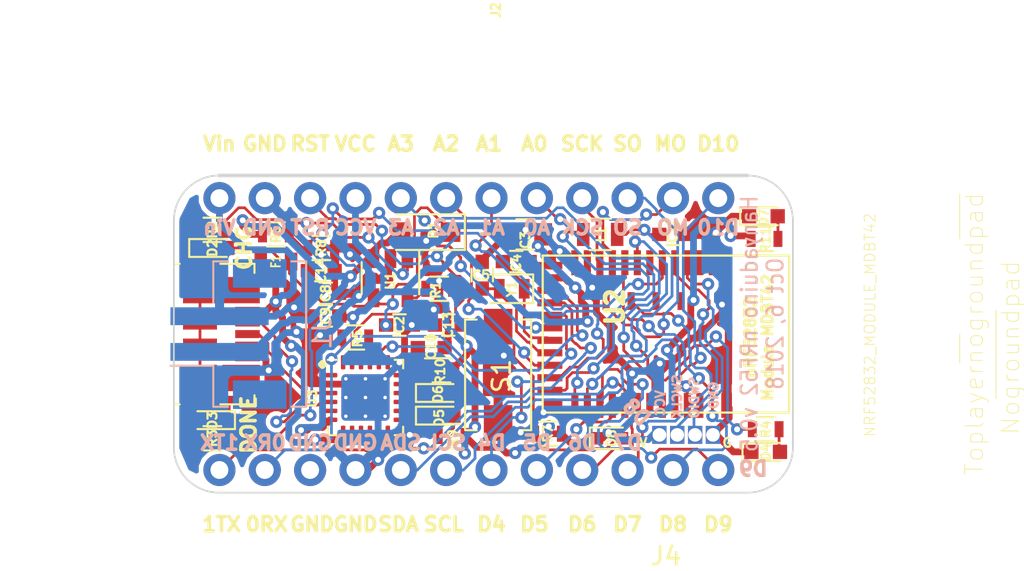
<source format=kicad_pcb>
(kicad_pcb (version 20171130) (host pcbnew "(5.0.0-3-g5ebb6b6)")
  (layers (0 F.Cu signal) (31 B.Cu signal) (34 B.Paste user) (35 F.Paste user hide) (36 B.SilkS user) (37 F.SilkS user) (38 B.Mask user hide) (39 F.Mask user hide) (44 Edge.Cuts user))
  (net 0 "")
  (net 1 "Net-(C1-Pad1)")
  (net 2 GND)
  (net 3 "Net-(C2-Pad1)")
  (net 4 VCC)
  (net 5 "Net-(C4-Pad1)")
  (net 6 "Net-(C5-Pad1)")
  (net 7 /P0.09/NFC1)
  (net 8 /P0.10/NFC2)
  (net 9 "Net-(C10-Pad1)")
  (net 10 VBUS)
  (net 11 RESET)
  (net 12 DTR)
  (net 13 A5)
  (net 14 VBAT)
  (net 15 "Net-(D2-Pad1)")
  (net 16 "Net-(D3-Pad2)")
  (net 17 "Net-(D4-Pad2)")
  (net 18 "Net-(D5-Pad2)")
  (net 19 RXLED)
  (net 20 "Net-(D6-Pad2)")
  (net 21 TXLED)
  (net 22 "Net-(D7-Pad2)")
  (net 23 TX)
  (net 24 RX)
  (net 25 "Net-(J2-Pad3)")
  (net 26 SDA)
  (net 27 SCL)
  (net 28 D11)
  (net 29 D5)
  (net 30 D6/A7)
  (net 31 D7)
  (net 32 D12)
  (net 33 D9)
  (net 34 D10/SS)
  (net 35 MOSI)
  (net 36 MISO)
  (net 37 SCK)
  (net 38 A0)
  (net 39 A1)
  (net 40 A2)
  (net 41 A3)
  (net 42 D-)
  (net 43 D+)
  (net 44 "Net-(J3-Pad4)")
  (net 45 "Net-(J3-Pad6)")
  (net 46 SWDIO)
  (net 47 SWCLK)
  (net 48 "Net-(L1-Pad2)")
  (net 49 A4)
  (net 50 DFU)
  (net 51 "Net-(R1-Pad2)")
  (net 52 "Net-(R2-Pad1)")
  (net 53 /LED1)
  (net 54 "Net-(R5-Pad1)")
  (net 55 /SWO)
  (net 56 /LED2)
  (net 57 /FRST)
  (net 58 "Net-(U3-Pad24)")
  (net 59 "Net-(U3-Pad22)")
  (net 60 "Net-(U3-Pad19)")
  (net 61 "Net-(U3-Pad18)")
  (net 62 "Net-(U3-Pad17)")
  (net 63 "Net-(U3-Pad15)")
  (net 64 "Net-(U3-Pad12)")
  (net 65 "Net-(U3-Pad11)")
  (net 66 "Net-(U3-Pad10)")
  (net 67 "Net-(U3-Pad9)")
  (net 68 "Net-(U3-Pad1)")
  (net 69 "Net-(U2-Pad2)")
  (net 70 "Net-(U2-Pad38)")
  (module Connectors_JST:JST_PH_B2B-PH-SM4-TB_02x2.00mm_Straight (layer B.Cu) (at 117.094 115.57 90)
    (fp_text reference J1 (at 0 4.625 90) (layer B.SilkS) (effects (justify mirror)))
    (fp_text value Conn_01x02_Male)
    (pad "" smd rect (at 3.4 1.125 90) (size 1.6 3) (layers B.Cu B.Paste B.Mask))
    (pad "" smd rect (at -3.4 1.125 90) (size 1.6 3) (layers B.Cu B.Paste B.Mask))
    (pad 2 smd rect (at 1 -1.125 90) (size 1 5.5) (layers B.Cu B.Paste B.Mask) (net 2 GND))
    (pad 1 smd rect (at -1 -1.125 90) (size 1 5.5) (layers B.Cu B.Paste B.Mask) (net 14 VBAT))
  )
  (module Diodes_SMD:D_SOD-123F (layer F.Cu) (at 127.508 109.855 180)
    (fp_text reference D1 (at -0.4445 0.127 270) (layer F.SilkS) (effects (font (size 0.5 0.5) (thickness 0.125))))
    (fp_text value MBR120)
    (pad 2 smd rect (at 1.4 0 180) (size 1.1 1.1) (layers F.Cu F.Paste F.Mask) (net 14 VBAT))
    (pad 1 smd rect (at -1.4 0 180) (size 1.1 1.1) (layers F.Cu F.Paste F.Mask) (net 3 "Net-(C2-Pad1)"))
  )
  (module Buttons_Switches_SMD:SW_SPST_EVQPE1 (layer F.Cu) (at 131.572 117.856 90)
    (fp_text reference S1 (at -0.0635 0.1905 90) (layer F.SilkS))
    (fp_text value "RST SW")
    (pad 1 smd rect (at -2.7 0 90) (size 2 1.6) (layers F.Cu F.Paste F.Mask) (net 2 GND))
    (pad 2 smd rect (at 2.7 0 90) (size 2 1.6) (layers F.Cu F.Paste F.Mask) (net 11 RESET))
  )
  (module Crystals:Crystal_SMD_TXC_9HT11-2pin_2.0x1.2mm (layer F.Cu) (at 132.334 113.03 180)
    (fp_text reference Y1 (at 0 0 270) (layer F.SilkS) (effects (font (size 0.5 0.5) (thickness 0.125))))
    (fp_text value 32.768KHz)
    (pad 2 smd rect (at 0.7 0 180) (size 0.6 1.1) (layers F.Cu F.Paste F.Mask) (net 6 "Net-(C5-Pad1)"))
    (pad 1 smd rect (at -0.7 0 180) (size 0.6 1.1) (layers F.Cu F.Paste F.Mask) (net 5 "Net-(C4-Pad1)"))
  )
  (module Capacitors_SMD:C_0603 (layer F.Cu) (at 130.683 112.268 90)
    (fp_text reference C5 (at 0 -0.0635 180) (layer F.SilkS) (effects (font (size 0.5 0.5) (thickness 0.125))))
    (fp_text value 22pF)
    (pad 2 smd rect (at 0.75 0 90) (size 0.8 0.75) (layers F.Cu F.Paste F.Mask) (net 2 GND))
    (pad 1 smd rect (at -0.75 0 90) (size 0.8 0.75) (layers F.Cu F.Paste F.Mask) (net 6 "Net-(C5-Pad1)"))
  )
  (module library:Arduino_pro_micro_conn (layer F.Cu) (at 128.662 113.03)
    (fp_text reference J2 (at 2.783 -15.621 90) (layer F.SilkS) (effects (font (size 0.5 0.5) (thickness 0.125))))
    (fp_text value Arduino_pro_micro_conn)
    (fp_text user D9 (at 17.1975 10.0965) (layer B.SilkS) (effects (font (size 0.8 0.8) (thickness 0.2)) (justify mirror)))
    (fp_text user D8 (at 10.657 6.9215 -45) (layer B.SilkS) (effects (font (size 0.8 0.8) (thickness 0.2)) (justify mirror)))
    (fp_text user D7 (at 10.16 8.636) (layer B.SilkS) (effects (font (size 0.8 0.8) (thickness 0.2)) (justify mirror)))
    (fp_text user D6 (at 7.62 8.636) (layer B.SilkS) (effects (font (size 0.8 0.8) (thickness 0.2)) (justify mirror)))
    (fp_text user D5 (at 5.08 8.636) (layer B.SilkS) (effects (font (size 0.8 0.8) (thickness 0.2)) (justify mirror)))
    (fp_text user D4 (at 2.54 8.636) (layer B.SilkS) (effects (font (size 0.8 0.8) (thickness 0.2)) (justify mirror)))
    (fp_text user SCL (at 0 8.636) (layer B.SilkS) (effects (font (size 0.8 0.8) (thickness 0.2)) (justify mirror)))
    (fp_text user SDA (at -2.54 8.636) (layer B.SilkS) (effects (font (size 0.8 0.8) (thickness 0.2)) (justify mirror)))
    (fp_text user GND (at -5.08 8.636) (layer B.SilkS) (effects (font (size 0.8 0.8) (thickness 0.2)) (justify mirror)))
    (fp_text user GND (at -7.62 8.636) (layer B.SilkS) (effects (font (size 0.8 0.8) (thickness 0.2)) (justify mirror)))
    (fp_text user 0RX (at -10.16 8.636) (layer B.SilkS) (effects (font (size 0.8 0.8) (thickness 0.2)) (justify mirror)))
    (fp_text user 1TX (at -12.7 8.636) (layer B.SilkS) (effects (font (size 0.8 0.8) (thickness 0.2)) (justify mirror)))
    (fp_text user D10 (at 15.24 -3.429) (layer B.SilkS) (effects (font (size 0.8 0.8) (thickness 0.2)) (justify mirror)))
    (fp_text user MO (at 12.7 -3.429) (layer B.SilkS) (effects (font (size 0.8 0.8) (thickness 0.2)) (justify mirror)))
    (fp_text user SO (at 10.16 -3.429) (layer B.SilkS) (effects (font (size 0.8 0.8) (thickness 0.2)) (justify mirror)))
    (fp_text user SCK (at 7.62 -3.429) (layer B.SilkS) (effects (font (size 0.8 0.8) (thickness 0.2)) (justify mirror)))
    (fp_text user A0 (at 5.08 -3.429) (layer B.SilkS) (effects (font (size 0.8 0.8) (thickness 0.2)) (justify mirror)))
    (fp_text user A1 (at 2.54 -3.429) (layer B.SilkS) (effects (font (size 0.8 0.8) (thickness 0.2)) (justify mirror)))
    (fp_text user A2 (at 0 -3.429) (layer B.SilkS) (effects (font (size 0.8 0.8) (thickness 0.2)) (justify mirror)))
    (fp_text user A3 (at -2.54 -3.429) (layer B.SilkS) (effects (font (size 0.8 0.8) (thickness 0.2)) (justify mirror)))
    (fp_text user VCC (at -5.08 -3.429) (layer B.SilkS) (effects (font (size 0.8 0.8) (thickness 0.2)) (justify mirror)))
    (fp_text user RST (at -7.62 -3.429) (layer B.SilkS) (effects (font (size 0.8 0.8) (thickness 0.2)) (justify mirror)))
    (fp_text user GND (at -10.16 -3.429) (layer B.SilkS) (effects (font (size 0.8 0.8) (thickness 0.2)) (justify mirror)))
    (fp_text user Vin (at -12.7 -3.429) (layer B.SilkS) (effects (font (size 0.8 0.8) (thickness 0.2)) (justify mirror)))
    (fp_text user Vin (at -12.7 -8.128) (layer F.SilkS) (effects (font (size 0.8 0.8) (thickness 0.2))))
    (fp_text user GND (at -10.16 -8.128) (layer F.SilkS) (effects (font (size 0.8 0.8) (thickness 0.2))))
    (fp_text user RST (at -7.62 -8.128) (layer F.SilkS) (effects (font (size 0.8 0.8) (thickness 0.2))))
    (fp_text user VCC (at -5.08 -8.128) (layer F.SilkS) (effects (font (size 0.8 0.8) (thickness 0.2))))
    (fp_text user A3 (at -2.54 -8.128) (layer F.SilkS) (effects (font (size 0.8 0.8) (thickness 0.2))))
    (fp_text user A2 (at 0 -8.128) (layer F.SilkS) (effects (font (size 0.8 0.8) (thickness 0.2))))
    (fp_text user A1 (at 2.402 -8.128) (layer F.SilkS) (effects (font (size 0.8 0.8) (thickness 0.2))))
    (fp_text user A0 (at 4.942 -8.128) (layer F.SilkS) (effects (font (size 0.8 0.8) (thickness 0.2))))
    (fp_text user SCK (at 7.62 -8.128) (layer F.SilkS) (effects (font (size 0.8 0.8) (thickness 0.2))))
    (fp_text user SO (at 10.16 -8.128) (layer F.SilkS) (effects (font (size 0.8 0.8) (thickness 0.2))))
    (fp_text user MO (at 12.562 -8.128) (layer F.SilkS) (effects (font (size 0.8 0.8) (thickness 0.2))))
    (fp_text user D9 (at 15.24 13.208) (layer F.SilkS) (effects (font (size 0.8 0.8) (thickness 0.2))))
    (fp_text user D10 (at 15.24 -8.128) (layer F.SilkS) (effects (font (size 0.8 0.8) (thickness 0.2))))
    (fp_text user D8 (at 12.7 13.208) (layer F.SilkS) (effects (font (size 0.8 0.8) (thickness 0.2))))
    (fp_text user D7 (at 10.16 13.208) (layer F.SilkS) (effects (font (size 0.8 0.8) (thickness 0.2))))
    (fp_text user D6 (at 7.62 13.208) (layer F.SilkS) (effects (font (size 0.8 0.8) (thickness 0.2))))
    (fp_text user D5 (at 4.942 13.208) (layer F.SilkS) (effects (font (size 0.8 0.8) (thickness 0.2))))
    (fp_text user D4 (at 2.54 13.208) (layer F.SilkS) (effects (font (size 0.8 0.8) (thickness 0.2))))
    (fp_text user SCL (at -0.138 13.208) (layer F.SilkS) (effects (font (size 0.8 0.8) (thickness 0.2))))
    (fp_text user SDA (at -2.678 13.208) (layer F.SilkS) (effects (font (size 0.8 0.8) (thickness 0.2))))
    (fp_text user GND (at -5.08 13.208) (layer F.SilkS) (effects (font (size 0.8 0.8) (thickness 0.2))))
    (fp_text user GND (at -7.504 13.208) (layer F.SilkS) (effects (font (size 0.8 0.8) (thickness 0.2))))
    (fp_text user 0RX (at -10.044 13.208) (layer F.SilkS) (effects (font (size 0.8 0.8) (thickness 0.2))))
    (fp_text user 1TX (at -12.584 13.208) (layer F.SilkS) (effects (font (size 0.8 0.8) (thickness 0.2))))
    (pad 1 thru_hole circle (at -12.7 10.16) (size 1.8 1.8) (drill 1) (layers *.Cu *.Mask) (net 23 TX))
    (pad 2 thru_hole circle (at -10.16 10.16) (size 1.8 1.8) (drill 1) (layers *.Cu *.Mask) (net 24 RX))
    (pad 3 thru_hole circle (at -7.62 10.16) (size 1.8 1.8) (drill 1) (layers *.Cu *.Mask) (net 25 "Net-(J2-Pad3)"))
    (pad 4 thru_hole circle (at -5.08 10.16) (size 1.8 1.8) (drill 1) (layers *.Cu *.Mask) (net 2 GND))
    (pad 5 thru_hole circle (at -2.54 10.16) (size 1.8 1.8) (drill 1) (layers *.Cu *.Mask) (net 26 SDA))
    (pad 6 thru_hole circle (at 0 10.16) (size 1.8 1.8) (drill 1) (layers *.Cu *.Mask) (net 27 SCL))
    (pad 7 thru_hole circle (at 2.54 10.16) (size 1.8 1.8) (drill 1) (layers *.Cu *.Mask) (net 28 D11))
    (pad 8 thru_hole circle (at 5.08 10.16) (size 1.8 1.8) (drill 1) (layers *.Cu *.Mask) (net 29 D5))
    (pad 9 thru_hole circle (at 7.62 10.16) (size 1.8 1.8) (drill 1) (layers *.Cu *.Mask) (net 30 D6/A7))
    (pad 10 thru_hole circle (at 10.16 10.16) (size 1.8 1.8) (drill 1) (layers *.Cu *.Mask) (net 31 D7))
    (pad 11 thru_hole circle (at 12.7 10.16) (size 1.8 1.8) (drill 1) (layers *.Cu *.Mask) (net 32 D12))
    (pad 12 thru_hole circle (at 15.24 10.16) (size 1.8 1.8) (drill 1) (layers *.Cu *.Mask) (net 33 D9))
    (pad 13 thru_hole circle (at 15.24 -5.08) (size 1.8 1.8) (drill 1) (layers *.Cu *.Mask) (net 34 D10/SS))
    (pad 14 thru_hole circle (at 12.7 -5.08) (size 1.8 1.8) (drill 1) (layers *.Cu *.Mask) (net 35 MOSI))
    (pad 15 thru_hole circle (at 10.16 -5.08) (size 1.8 1.8) (drill 1) (layers *.Cu *.Mask) (net 36 MISO))
    (pad 16 thru_hole circle (at 7.62 -5.08) (size 1.8 1.8) (drill 1) (layers *.Cu *.Mask) (net 37 SCK))
    (pad 17 thru_hole circle (at 5.08 -5.08) (size 1.8 1.8) (drill 1) (layers *.Cu *.Mask) (net 38 A0))
    (pad 18 thru_hole circle (at 2.54 -5.08) (size 1.8 1.8) (drill 1) (layers *.Cu *.Mask) (net 39 A1))
    (pad 19 thru_hole circle (at 0 -5.08) (size 1.8 1.8) (drill 1) (layers *.Cu *.Mask) (net 40 A2))
    (pad 20 thru_hole circle (at -2.54 -5.08) (size 1.8 1.8) (drill 1) (layers *.Cu *.Mask) (net 41 A3))
    (pad 21 thru_hole circle (at -5.08 -5.08) (size 1.8 1.8) (drill 1) (layers *.Cu *.Mask) (net 4 VCC))
    (pad 22 thru_hole circle (at -7.62 -5.08) (size 1.8 1.8) (drill 1) (layers *.Cu *.Mask) (net 11 RESET))
    (pad 23 thru_hole circle (at -10.16 -5.08) (size 1.8 1.8) (drill 1) (layers *.Cu *.Mask) (net 2 GND))
    (pad 24 thru_hole circle (at -12.7 -5.08) (size 1.8 1.8) (drill 1) (layers *.Cu *.Mask) (net 10 VBUS))
  )
  (module Resistors_SMD:R_0603 (layer F.Cu) (at 146.4945 110.236)
    (fp_text reference R11 (at 0.0635 0.0635 90) (layer F.SilkS) (effects (font (size 0.5 0.5) (thickness 0.125))))
    (fp_text value 220R)
    (pad 2 smd rect (at 0.75 0) (size 0.5 0.9) (layers F.Cu F.Paste F.Mask) (net 22 "Net-(D7-Pad2)"))
    (pad 1 smd rect (at -0.75 0) (size 0.5 0.9) (layers F.Cu F.Paste F.Mask) (net 4 VCC))
  )
  (module Capacitors_SMD:C_0603 (layer F.Cu) (at 121.92 113.284)
    (fp_text reference C8 (at 0 0 90) (layer F.SilkS) (effects (font (size 0.5 0.5) (thickness 0.125))))
    (fp_text value 10uF)
    (pad 2 smd rect (at 0.75 0) (size 0.8 0.75) (layers F.Cu F.Paste F.Mask) (net 2 GND))
    (pad 1 smd rect (at -0.75 0) (size 0.8 0.75) (layers F.Cu F.Paste F.Mask) (net 3 "Net-(C2-Pad1)"))
  )
  (module Capacitors_SMD:C_0603 (layer F.Cu) (at 127.8255 116.332)
    (fp_text reference C10 (at 0 -0.0635 90) (layer F.SilkS) (effects (font (size 0.5 0.5) (thickness 0.125))))
    (fp_text value 10uf)
    (pad 1 smd rect (at -0.75 0) (size 0.8 0.75) (layers F.Cu F.Paste F.Mask) (net 9 "Net-(C10-Pad1)"))
    (pad 2 smd rect (at 0.75 0) (size 0.8 0.75) (layers F.Cu F.Paste F.Mask) (net 2 GND))
  )
  (module "KiCAD footprints:QFN-24-1EP_4x4mm_P0.5mm_EP2.7x2.6mm_ThermalVias" (layer F.Cu) (at 124.1425 119.126)
    (fp_text reference U3 (at -2.9845 0.0635 90) (layer F.SilkS) (effects (font (size 0.5 0.5) (thickness 0.125))))
    (fp_text value CP2104)
    (pad 24 smd roundrect (at -1.25 -1.975) (size 0.25 0.8) (layers F.Cu F.Paste F.Mask) (net 58 "Net-(U3-Pad24)"))
    (pad 23 smd roundrect (at -0.75 -1.975) (size 0.25 0.8) (layers F.Cu F.Paste F.Mask) (net 12 DTR))
    (pad 22 smd roundrect (at -0.25 -1.975) (size 0.25 0.8) (layers F.Cu F.Paste F.Mask) (net 59 "Net-(U3-Pad22)"))
    (pad 21 smd roundrect (at 0.25 -1.975) (size 0.25 0.8) (layers F.Cu F.Paste F.Mask) (net 54 "Net-(R5-Pad1)"))
    (pad 20 smd roundrect (at 0.75 -1.975) (size 0.25 0.8) (layers F.Cu F.Paste F.Mask) (net 23 TX))
    (pad 19 smd roundrect (at 1.25 -1.975) (size 0.25 0.8) (layers F.Cu F.Paste F.Mask) (net 60 "Net-(U3-Pad19)"))
    (pad 18 smd roundrect (at 1.975 -1.25) (size 0.8 0.25) (layers F.Cu F.Paste F.Mask) (net 61 "Net-(U3-Pad18)"))
    (pad 17 smd roundrect (at 1.975 -0.75) (size 0.8 0.25) (layers F.Cu F.Paste F.Mask) (net 62 "Net-(U3-Pad17)"))
    (pad 16 smd roundrect (at 1.975 -0.25) (size 0.8 0.25) (layers F.Cu F.Paste F.Mask) (net 9 "Net-(C10-Pad1)"))
    (pad 15 smd roundrect (at 1.975 0.25) (size 0.8 0.25) (layers F.Cu F.Paste F.Mask) (net 63 "Net-(U3-Pad15)"))
    (pad 14 smd roundrect (at 1.975 0.75) (size 0.8 0.25) (layers F.Cu F.Paste F.Mask) (net 21 TXLED))
    (pad 13 smd roundrect (at 1.975 1.25) (size 0.8 0.25) (layers F.Cu F.Paste F.Mask) (net 19 RXLED))
    (pad 12 smd roundrect (at 1.25 1.975) (size 0.25 0.8) (layers F.Cu F.Paste F.Mask) (net 64 "Net-(U3-Pad12)"))
    (pad 11 smd roundrect (at 0.75 1.975) (size 0.25 0.8) (layers F.Cu F.Paste F.Mask) (net 65 "Net-(U3-Pad11)"))
    (pad 10 smd roundrect (at 0.25 1.975) (size 0.25 0.8) (layers F.Cu F.Paste F.Mask) (net 66 "Net-(U3-Pad10)"))
    (pad 9 smd roundrect (at -0.25 1.975) (size 0.25 0.8) (layers F.Cu F.Paste F.Mask) (net 67 "Net-(U3-Pad9)"))
    (pad 8 smd roundrect (at -0.75 1.975) (size 0.25 0.8) (layers F.Cu F.Paste F.Mask) (net 10 VBUS))
    (pad 7 smd roundrect (at -1.25 1.975) (size 0.25 0.8) (layers F.Cu F.Paste F.Mask) (net 10 VBUS))
    (pad 6 smd roundrect (at -1.975 1.25) (size 0.8 0.25) (layers F.Cu F.Paste F.Mask) (net 4 VCC))
    (pad 5 smd roundrect (at -1.975 0.75) (size 0.8 0.25) (layers F.Cu F.Paste F.Mask) (net 4 VCC))
    (pad 4 smd roundrect (at -1.975 0.25) (size 0.8 0.25) (layers F.Cu F.Paste F.Mask) (net 42 D-))
    (pad 3 smd roundrect (at -1.975 -0.25) (size 0.8 0.25) (layers F.Cu F.Paste F.Mask) (net 43 D+))
    (pad 2 smd roundrect (at -1.975 -0.75) (size 0.8 0.25) (layers F.Cu F.Paste F.Mask) (net 2 GND))
    (pad 1 smd roundrect (at -1.975 -1.25) (size 0.8 0.25) (layers F.Cu F.Paste F.Mask) (net 68 "Net-(U3-Pad1)"))
    (pad 25 smd roundrect (at 0 0) (size 2.7 2.6) (layers B.Cu) (roundrect_rratio 0.096154) (net 2 GND))
    (pad 25 thru_hole circle (at 1.1 1.05) (size 0.5 0.5) (drill 0.2) (layers *.Cu) (net 2 GND))
    (pad 25 thru_hole circle (at 0 1.05) (size 0.5 0.5) (drill 0.2) (layers *.Cu) (net 2 GND))
    (pad 25 thru_hole circle (at -1.1 1.05) (size 0.5 0.5) (drill 0.2) (layers *.Cu) (net 2 GND))
    (pad 25 thru_hole circle (at 1.1 0) (size 0.5 0.5) (drill 0.2) (layers *.Cu) (net 2 GND))
    (pad 25 thru_hole circle (at 0 0) (size 0.5 0.5) (drill 0.2) (layers *.Cu) (net 2 GND))
    (pad 25 thru_hole circle (at -1.1 0) (size 0.5 0.5) (drill 0.2) (layers *.Cu) (net 2 GND))
    (pad 25 thru_hole circle (at 1.1 -1.05) (size 0.5 0.5) (drill 0.2) (layers *.Cu) (net 2 GND))
    (pad 25 thru_hole circle (at 0 -1.05) (size 0.5 0.5) (drill 0.2) (layers *.Cu) (net 2 GND))
    (pad 25 thru_hole circle (at -1.1 -1.05) (size 0.5 0.5) (drill 0.2) (layers *.Cu) (net 2 GND))
    (pad 25 smd roundrect (at 0 0) (size 2.7 2.6) (layers F.Cu F.Mask) (roundrect_rratio 0.096154) (net 2 GND))
  )
  (module LEDs:LED_0603 (layer F.Cu) (at 128.27 118.872)
    (fp_text reference D6 (at -0.0635 0.0635 90) (layer F.SilkS) (effects (font (size 0.5 0.5) (thickness 0.125))))
    (fp_text value "TX LED")
    (pad 1 smd rect (at -0.8 0 180) (size 0.8 0.8) (layers F.Cu F.Paste F.Mask) (net 21 TXLED))
    (pad 2 smd rect (at 0.8 0 180) (size 0.8 0.8) (layers F.Cu F.Paste F.Mask) (net 20 "Net-(D6-Pad2)"))
  )
  (module TO_SOT_Packages_SMD:SOT-23-5 (layer F.Cu) (at 125.542 112.438 270)
    (fp_text reference U1 (at 0.1475 0.0025 270) (layer F.SilkS) (effects (font (size 0.5 0.5) (thickness 0.125))))
    (fp_text value MCP73831-2-OT)
    (pad 5 smd rect (at 1.1 -0.95 270) (size 1.06 0.65) (layers F.Cu F.Paste F.Mask) (net 51 "Net-(R1-Pad2)"))
    (pad 4 smd rect (at 1.1 0.95 270) (size 1.06 0.65) (layers F.Cu F.Paste F.Mask) (net 3 "Net-(C2-Pad1)"))
    (pad 3 smd rect (at -1.1 0.95 270) (size 1.06 0.65) (layers F.Cu F.Paste F.Mask) (net 14 VBAT))
    (pad 2 smd rect (at -1.1 0 270) (size 1.06 0.65) (layers F.Cu F.Paste F.Mask) (net 2 GND))
    (pad 1 smd rect (at -1.1 -0.95 270) (size 1.06 0.65) (layers F.Cu F.Paste F.Mask) (net 52 "Net-(R2-Pad1)"))
  )
  (module Resistors_SMD:R_0603 (layer F.Cu) (at 128.397 117.602 180)
    (fp_text reference R10 (at 0.0635 -0.0635 270) (layer F.SilkS) (effects (font (size 0.5 0.5) (thickness 0.125))))
    (fp_text value 220R)
    (pad 2 smd rect (at 0.75 0 180) (size 0.5 0.9) (layers F.Cu F.Paste F.Mask) (net 20 "Net-(D6-Pad2)"))
    (pad 1 smd rect (at -0.75 0 180) (size 0.5 0.9) (layers F.Cu F.Paste F.Mask) (net 4 VCC))
  )
  (module Capacitors_SMD:C_0603 (layer F.Cu) (at 141.351 109.982)
    (fp_text reference C1 (at 0 0 90) (layer F.SilkS) (effects (font (size 0.5 0.5) (thickness 0.125))))
    (fp_text value 1uF)
    (pad 1 smd rect (at -0.75 0) (size 0.8 0.75) (layers F.Cu F.Paste F.Mask) (net 1 "Net-(C1-Pad1)"))
    (pad 2 smd rect (at 0.75 0) (size 0.8 0.75) (layers F.Cu F.Paste F.Mask) (net 2 GND))
  )
  (module Capacitors_SMD:C_0603 (layer F.Cu) (at 126.0475 115.062)
    (fp_text reference C2 (at 0 0 90) (layer F.SilkS) (effects (font (size 0.5 0.5) (thickness 0.125))))
    (fp_text value 1uF)
    (pad 1 smd rect (at -0.75 0) (size 0.8 0.75) (layers F.Cu F.Paste F.Mask) (net 3 "Net-(C2-Pad1)"))
    (pad 2 smd rect (at 0.75 0) (size 0.8 0.75) (layers F.Cu F.Paste F.Mask) (net 2 GND))
  )
  (module Capacitors_SMD:C_0805 (layer F.Cu) (at 133.096 109.982 180)
    (fp_text reference C3 (at 0 -0.3175 270) (layer F.SilkS) (effects (font (size 0.5 0.5) (thickness 0.125))))
    (fp_text value 10uF)
    (pad 2 smd rect (at 1 0 180) (size 1 1.25) (layers F.Cu F.Paste F.Mask) (net 2 GND))
    (pad 1 smd rect (at -1 0 180) (size 1 1.25) (layers F.Cu F.Paste F.Mask) (net 4 VCC))
  )
  (module Capacitors_SMD:C_0603 (layer F.Cu) (at 132.588 111.506)
    (fp_text reference C4 (at 0 0.0635 90) (layer F.SilkS) (effects (font (size 0.5 0.5) (thickness 0.125))))
    (fp_text value 22pF)
    (pad 1 smd rect (at -0.75 0) (size 0.8 0.75) (layers F.Cu F.Paste F.Mask) (net 5 "Net-(C4-Pad1)"))
    (pad 2 smd rect (at 0.75 0) (size 0.8 0.75) (layers F.Cu F.Paste F.Mask) (net 2 GND))
  )
  (module Capacitors_SMD:C_0603 (layer F.Cu) (at 121.92 114.554 180)
    (fp_text reference C9 (at 0 0 270) (layer F.SilkS) (effects (font (size 0.5 0.5) (thickness 0.125))))
    (fp_text value 0.1uF)
    (pad 2 smd rect (at 0.75 0 180) (size 0.8 0.75) (layers F.Cu F.Paste F.Mask) (net 2 GND))
    (pad 1 smd rect (at -0.75 0 180) (size 0.8 0.75) (layers F.Cu F.Paste F.Mask) (net 4 VCC))
  )
  (module Capacitors_SMD:C_0603 (layer F.Cu) (at 128.778 115.062 180)
    (fp_text reference C13 (at 0 0 270) (layer F.SilkS) (effects (font (size 0.5 0.5) (thickness 0.125))))
    (fp_text value 0.1uF)
    (pad 1 smd rect (at -0.75 0 180) (size 0.8 0.75) (layers F.Cu F.Paste F.Mask) (net 11 RESET))
    (pad 2 smd rect (at 0.75 0 180) (size 0.8 0.75) (layers F.Cu F.Paste F.Mask) (net 12 DTR))
  )
  (module Capacitors_SMD:C_0603 (layer F.Cu) (at 121.666 112.014)
    (fp_text reference C14 (at 0 0 90) (layer F.SilkS) (effects (font (size 0.5 0.5) (thickness 0.125))))
    (fp_text value 1nF)
    (pad 2 smd rect (at 0.75 0) (size 0.8 0.75) (layers F.Cu F.Paste F.Mask) (net 2 GND))
    (pad 1 smd rect (at -0.75 0) (size 0.8 0.75) (layers F.Cu F.Paste F.Mask) (net 13 A5))
  )
  (module LEDs:LED_0603 (layer F.Cu) (at 115.57 110.744)
    (fp_text reference D2 (at 0 0 90) (layer F.SilkS) (effects (font (size 0.5 0.5) (thickness 0.125))))
    (fp_text value CHG)
    (pad 2 smd rect (at 0.8 0 180) (size 0.8 0.8) (layers F.Cu F.Paste F.Mask) (net 3 "Net-(C2-Pad1)"))
    (pad 1 smd rect (at -0.8 0 180) (size 0.8 0.8) (layers F.Cu F.Paste F.Mask) (net 15 "Net-(D2-Pad1)"))
  )
  (module LEDs:LED_0603 (layer F.Cu) (at 115.532 120.396 180)
    (fp_text reference D3 (at -0.038 0 270) (layer F.SilkS) (effects (font (size 0.5 0.5) (thickness 0.125))))
    (fp_text value DONE)
    (pad 1 smd rect (at -0.8 0) (size 0.8 0.8) (layers F.Cu F.Paste F.Mask) (net 2 GND))
    (pad 2 smd rect (at 0.8 0) (size 0.8 0.8) (layers F.Cu F.Paste F.Mask) (net 16 "Net-(D3-Pad2)"))
  )
  (module LEDs:LED_0603 (layer F.Cu) (at 146.558 122.174)
    (fp_text reference D4 (at 0 0 90) (layer F.SilkS) (effects (font (size 0.5 0.5) (thickness 0.125))))
    (fp_text value "USR LED")
    (pad 1 smd rect (at -0.8 0 180) (size 0.8 0.8) (layers F.Cu F.Paste F.Mask) (net 2 GND))
    (pad 2 smd rect (at 0.8 0 180) (size 0.8 0.8) (layers F.Cu F.Paste F.Mask) (net 17 "Net-(D4-Pad2)"))
  )
  (module LEDs:LED_0603 (layer F.Cu) (at 128.27 120.142)
    (fp_text reference D5 (at 0 0.127 90) (layer F.SilkS) (effects (font (size 0.5 0.5) (thickness 0.125))))
    (fp_text value "RX LED")
    (pad 2 smd rect (at 0.8 0 180) (size 0.8 0.8) (layers F.Cu F.Paste F.Mask) (net 18 "Net-(D5-Pad2)"))
    (pad 1 smd rect (at -0.8 0 180) (size 0.8 0.8) (layers F.Cu F.Paste F.Mask) (net 19 RXLED))
  )
  (module LEDs:LED_0603 (layer F.Cu) (at 146.431 108.966)
    (fp_text reference D7 (at 0 0.0635 90) (layer F.SilkS) (effects (font (size 0.5 0.5) (thickness 0.125))))
    (fp_text value "PWR LED")
    (pad 1 smd rect (at -0.8 0 180) (size 0.8 0.8) (layers F.Cu F.Paste F.Mask) (net 2 GND))
    (pad 2 smd rect (at 0.8 0 180) (size 0.8 0.8) (layers F.Cu F.Paste F.Mask) (net 22 "Net-(D7-Pad2)"))
  )
  (module Diodes_SMD:D_SOD-523 (layer F.Cu) (at 137.86 121.412)
    (fp_text reference D8 (at 0.062 0 90) (layer F.SilkS) (effects (font (size 0.5 0.5) (thickness 0.125))))
    (fp_text value 1N4148)
    (pad 1 smd rect (at -0.7 0 180) (size 0.6 0.7) (layers F.Cu F.Paste F.Mask) (net 4 VCC))
    (pad 2 smd rect (at 0.7 0 180) (size 0.6 0.7) (layers F.Cu F.Paste F.Mask) (net 11 RESET))
  )
  (module library:RST_FUSE_MF_FSMF050X (layer F.Cu) (at 119.126 111.506)
    (fp_text reference F1 (at 0 0 90) (layer F.SilkS) (effects (font (size 0.5 0.4) (thickness 0.1))))
    (fp_text value "6V 500mA")
    (pad 1 smd rect (at -0.85 0) (size 0.7 1) (layers F.Cu F.Paste F.Mask) (net 10 VBUS))
    (pad 2 smd rect (at 0.85 0) (size 0.7 1) (layers F.Cu F.Paste F.Mask) (net 3 "Net-(C2-Pad1)"))
  )
  (module library:USB_Micro-B_Molex_47346-0001 (layer F.Cu) (at 116.205 115.57)
    (fp_text reference J3)
    (fp_text value USB_B_Micro)
    (pad 1 smd rect (at 1.33 -1.3) (size 1.38 0.45) (layers F.Cu F.Paste F.Mask) (net 10 VBUS))
    (pad 2 smd rect (at 1.33 -0.65) (size 1.38 0.45) (layers F.Cu F.Paste F.Mask) (net 42 D-))
    (pad 3 smd rect (at 1.33 0) (size 1.38 0.45) (layers F.Cu F.Paste F.Mask) (net 43 D+))
    (pad 4 smd rect (at 1.33 0.65) (size 1.38 0.45) (layers F.Cu F.Paste F.Mask) (net 44 "Net-(J3-Pad4)"))
    (pad 5 smd rect (at 1.33 1.3) (size 1.38 0.45) (layers F.Cu F.Paste F.Mask) (net 2 GND))
    (pad 6 smd rect (at 0.97 -2.4625) (size 2.1 1.475) (layers F.Cu F.Paste F.Mask) (net 45 "Net-(J3-Pad6)"))
    (pad 6 smd rect (at 0.97 2.4625) (size 2.1 1.475) (layers F.Cu F.Paste F.Mask) (net 45 "Net-(J3-Pad6)"))
    (pad 6 smd rect (at -1.33 -2.91) (size 1.9 2.375) (layers F.Cu F.Paste F.Mask) (net 45 "Net-(J3-Pad6)"))
    (pad 6 smd rect (at -1.33 2.91) (size 1.9 2.375) (layers F.Cu F.Paste F.Mask) (net 45 "Net-(J3-Pad6)"))
    (pad 6 smd rect (at -1.33 -0.84) (size 1.9 1.175) (layers F.Cu F.Paste F.Mask) (net 45 "Net-(J3-Pad6)"))
    (pad 6 smd rect (at -1.33 0.84) (size 1.9 1.175) (layers F.Cu F.Paste F.Mask) (net 45 "Net-(J3-Pad6)"))
  )
  (module "library:Conn4 1.0mm pitch" (layer F.Cu) (at 141.605 121.2215)
    (fp_text reference J4 (at -0.635 6.7945) (layer F.SilkS))
    (fp_text value Conn_01x04_Male)
    (pad 1 thru_hole rect (at -1 0 180) (size 0.8 1) (drill 0.762) (layers *.Cu *.Mask) (net 4 VCC))
    (pad 2 thru_hole rect (at 0 0 180) (size 0.8 1) (drill 0.762) (layers *.Cu *.Mask) (net 46 SWDIO))
    (pad 3 thru_hole rect (at 1 0 180) (size 0.8 1) (drill 0.762) (layers *.Cu *.Mask) (net 47 SWCLK))
    (pad 4 thru_hole rect (at 2 0 180) (size 0.8 1) (drill 0.762) (layers *.Cu *.Mask) (net 2 GND))
  )
  (module Inductors_SMD:L_0805 (layer F.Cu) (at 137.2895 109.982 180)
    (fp_text reference L1 (at -0.061 0 270) (layer F.SilkS) (effects (font (size 0.5 0.5) (thickness 0.125))))
    (fp_text value 10uH)
    (pad 2 smd rect (at 0.95 0 180) (size 0.7 1.3) (layers F.Cu F.Paste F.Mask) (net 48 "Net-(L1-Pad2)"))
    (pad 1 smd rect (at -0.95 0 180) (size 0.7 1.3) (layers F.Cu F.Paste F.Mask) (net 1 "Net-(C1-Pad1)"))
  )
  (module Resistors_SMD:R_0603 (layer F.Cu) (at 128.27 113.03 180)
    (fp_text reference R1 (at 0.1905 -0.0635 270) (layer F.SilkS) (effects (font (size 0.5 0.5) (thickness 0.125))))
    (fp_text value 10K)
    (pad 2 smd rect (at 0.75 0 180) (size 0.5 0.9) (layers F.Cu F.Paste F.Mask) (net 51 "Net-(R1-Pad2)"))
    (pad 1 smd rect (at -0.75 0 180) (size 0.5 0.9) (layers F.Cu F.Paste F.Mask) (net 2 GND))
  )
  (module Resistors_SMD:R_0603 (layer F.Cu) (at 115.57 109.728 180)
    (fp_text reference R2 (at 0 0 270) (layer F.SilkS) (effects (font (size 0.5 0.5) (thickness 0.125))))
    (fp_text value 1K)
    (pad 1 smd rect (at -0.75 0 180) (size 0.5 0.9) (layers F.Cu F.Paste F.Mask) (net 52 "Net-(R2-Pad1)"))
    (pad 2 smd rect (at 0.75 0 180) (size 0.5 0.9) (layers F.Cu F.Paste F.Mask) (net 15 "Net-(D2-Pad1)"))
  )
  (module Resistors_SMD:R_0603 (layer F.Cu) (at 115.57 121.412 180)
    (fp_text reference R3 (at 0 0 270) (layer F.SilkS) (effects (font (size 0.5 0.5) (thickness 0.125))))
    (fp_text value 1K)
    (pad 2 smd rect (at 0.75 0 180) (size 0.5 0.9) (layers F.Cu F.Paste F.Mask) (net 16 "Net-(D3-Pad2)"))
    (pad 1 smd rect (at -0.75 0 180) (size 0.5 0.9) (layers F.Cu F.Paste F.Mask) (net 52 "Net-(R2-Pad1)"))
  )
  (module Resistors_SMD:R_0603 (layer F.Cu) (at 146.558 120.904 180)
    (fp_text reference R4 (at 0 0 270) (layer F.SilkS) (effects (font (size 0.5 0.5) (thickness 0.125))))
    (fp_text value 1K)
    (pad 1 smd rect (at -0.75 0 180) (size 0.5 0.9) (layers F.Cu F.Paste F.Mask) (net 17 "Net-(D4-Pad2)"))
    (pad 2 smd rect (at 0.75 0 180) (size 0.5 0.9) (layers F.Cu F.Paste F.Mask) (net 53 /LED1))
  )
  (module Resistors_SMD:R_0603 (layer F.Cu) (at 123.571 115.7605 180)
    (fp_text reference R5 (at -0.127 -0.0635 270) (layer F.SilkS) (effects (font (size 0.5 0.5) (thickness 0.125))))
    (fp_text value 1K)
    (pad 1 smd rect (at -0.75 0 180) (size 0.5 0.9) (layers F.Cu F.Paste F.Mask) (net 54 "Net-(R5-Pad1)"))
    (pad 2 smd rect (at 0.75 0 180) (size 0.5 0.9) (layers F.Cu F.Paste F.Mask) (net 24 RX))
  )
  (module Resistors_SMD:R_0603 (layer F.Cu) (at 119.126 109.982)
    (fp_text reference R6 (at 0 0 90) (layer F.SilkS) (effects (font (size 0.5 0.5) (thickness 0.125))))
    (fp_text value 806K)
    (pad 2 smd rect (at 0.75 0) (size 0.5 0.9) (layers F.Cu F.Paste F.Mask) (net 13 A5))
    (pad 1 smd rect (at -0.75 0) (size 0.5 0.9) (layers F.Cu F.Paste F.Mask) (net 14 VBAT))
  )
  (module Resistors_SMD:R_0603 (layer F.Cu) (at 134.366 121.158)
    (fp_text reference R7 (at 0 0 90) (layer F.SilkS) (effects (font (size 0.5 0.5) (thickness 0.125))))
    (fp_text value 10K)
    (pad 2 smd rect (at 0.75 0) (size 0.5 0.9) (layers F.Cu F.Paste F.Mask) (net 4 VCC))
    (pad 1 smd rect (at -0.75 0) (size 0.5 0.9) (layers F.Cu F.Paste F.Mask) (net 11 RESET))
  )
  (module Resistors_SMD:R_0603 (layer F.Cu) (at 121.666 110.744)
    (fp_text reference R8 (at 0 0 90) (layer F.SilkS) (effects (font (size 0.5 0.5) (thickness 0.125))))
    (fp_text value 2M)
    (pad 1 smd rect (at -0.75 0) (size 0.5 0.9) (layers F.Cu F.Paste F.Mask) (net 13 A5))
    (pad 2 smd rect (at 0.75 0) (size 0.5 0.9) (layers F.Cu F.Paste F.Mask) (net 2 GND))
  )
  (module Resistors_SMD:R_0603 (layer F.Cu) (at 128.9685 121.285 180)
    (fp_text reference R9 (at -0.0635 -0.127 270) (layer F.SilkS) (effects (font (size 0.5 0.5) (thickness 0.125))))
    (fp_text value 220R)
    (pad 1 smd rect (at -0.75 0 180) (size 0.5 0.9) (layers F.Cu F.Paste F.Mask) (net 4 VCC))
    (pad 2 smd rect (at 0.75 0 180) (size 0.5 0.9) (layers F.Cu F.Paste F.Mask) (net 18 "Net-(D5-Pad2)"))
  )
  (module library:MDBT42 (layer F.Cu) (at 140.97 115.57 270)
    (fp_text reference U2 (at -1.524 2.8575 270) (layer F.SilkS) (effects (font (thickness 0.25))))
    (fp_text value NRF52832_MODULE_MDBT42 (at -0.508 -11.43 270) (layer F.SilkS) (effects (font (size 0.600363 0.600363) (thickness 0.05))))
    (fp_text user No~ground~pad (at 0.762 -19.304 270) (layer F.SilkS) (effects (font (thickness 0.05))))
    (fp_text user Toplayer~no~ground~pad (at 0 -17.272 270) (layer F.SilkS) (effects (font (thickness 0.05))))
    (pad 14 smd rect (at -3.85 6.35) (size 1.1 0.4) (layers F.Cu F.Paste F.Mask) (net 2 GND))
    (pad 15 smd rect (at -3.15 6.5) (size 1.4 0.4) (layers F.Cu F.Paste F.Mask) (net 4 VCC))
    (pad 16 smd rect (at -2.45 6.5) (size 1.4 0.4) (layers F.Cu F.Paste F.Mask) (net 24 RX))
    (pad 17 smd rect (at -1.75 6.5) (size 1.4 0.4) (layers F.Cu F.Paste F.Mask) (net 23 TX))
    (pad 18 smd rect (at -1.05 6.5) (size 1.4 0.4) (layers F.Cu F.Paste F.Mask) (net 28 D11))
    (pad 19 smd rect (at -0.35 6.5) (size 1.4 0.4) (layers F.Cu F.Paste F.Mask) (net 41 A3))
    (pad 20 smd rect (at 0.35 6.5) (size 1.4 0.4) (layers F.Cu F.Paste F.Mask) (net 5 "Net-(C4-Pad1)"))
    (pad 21 smd rect (at 1.05 6.5) (size 1.4 0.4) (layers F.Cu F.Paste F.Mask) (net 6 "Net-(C5-Pad1)"))
    (pad 22 smd rect (at 1.75 6.5) (size 1.4 0.4) (layers F.Cu F.Paste F.Mask) (net 40 A2))
    (pad 23 smd rect (at 2.45 6.5) (size 1.4 0.4) (layers F.Cu F.Paste F.Mask) (net 39 A1))
    (pad 24 smd rect (at 3.15 6.5) (size 1.4 0.4) (layers F.Cu F.Paste F.Mask) (net 38 A0))
    (pad 25 smd rect (at 3.85 6.35) (size 1.1 0.4) (layers F.Cu F.Paste F.Mask) (net 2 GND))
    (pad 13 smd rect (at -4 5.1 270) (size 1.4 0.4) (layers F.Cu F.Paste F.Mask) (net 7 /P0.09/NFC1))
    (pad 12 smd rect (at -4 4.4 270) (size 1.4 0.4) (layers F.Cu F.Paste F.Mask) (net 8 /P0.10/NFC2))
    (pad 11 smd rect (at -4 3.7 270) (size 1.4 0.4) (layers F.Cu F.Paste F.Mask) (net 37 SCK))
    (pad 9 smd rect (at -4 2.3 270) (size 1.4 0.4) (layers F.Cu F.Paste F.Mask) (net 32 D12))
    (pad 10 smd rect (at -4 3 270) (size 1.4 0.4) (layers F.Cu F.Paste F.Mask) (net 35 MOSI))
    (pad 8 smd rect (at -4 1.6 270) (size 1.4 0.4) (layers F.Cu F.Paste F.Mask) (net 53 /LED1))
    (pad 7 smd rect (at -4 0.9 270) (size 1.4 0.4) (layers F.Cu F.Paste F.Mask) (net 55 /SWO))
    (pad 6 smd rect (at -4 0.2 270) (size 1.4 0.4) (layers F.Cu F.Paste F.Mask) (net 11 RESET))
    (pad 5 smd rect (at -4 -0.5 270) (size 1.4 0.4) (layers F.Cu F.Paste F.Mask) (net 46 SWDIO))
    (pad 4 smd rect (at -4 -1.2 270) (size 1.4 0.4) (layers F.Cu F.Paste F.Mask) (net 47 SWCLK))
    (pad 3 smd rect (at -4 -1.9 270) (size 1.4 0.4) (layers F.Cu F.Paste F.Mask) (net 57 /FRST))
    (pad 2 smd rect (at -4 -2.6 270) (size 1.4 0.4) (layers F.Cu F.Paste F.Mask) (net 69 "Net-(U2-Pad2)"))
    (pad 1 smd rect (at -4 -3.4 270) (size 1.4 0.6) (layers F.Cu F.Paste F.Mask) (net 2 GND))
    (pad 26 smd rect (at 4 5.1 270) (size 1.4 0.4) (layers F.Cu F.Paste F.Mask) (net 48 "Net-(L1-Pad2)"))
    (pad 27 smd rect (at 4 4.4 270) (size 1.4 0.4) (layers F.Cu F.Paste F.Mask) (net 1 "Net-(C1-Pad1)"))
    (pad 28 smd rect (at 4 3.7 270) (size 1.4 0.4) (layers F.Cu F.Paste F.Mask) (net 33 D9))
    (pad 29 smd rect (at 4 3 270) (size 1.4 0.4) (layers F.Cu F.Paste F.Mask) (net 29 D5))
    (pad 30 smd rect (at 4 2.3 270) (size 1.4 0.4) (layers F.Cu F.Paste F.Mask) (net 26 SDA))
    (pad 31 smd rect (at 4 1.6 270) (size 1.4 0.4) (layers F.Cu F.Paste F.Mask) (net 30 D6/A7))
    (pad 32 smd rect (at 4 0.9 270) (size 1.4 0.4) (layers F.Cu F.Paste F.Mask) (net 13 A5))
    (pad 33 smd rect (at 4 0.2 270) (size 1.4 0.4) (layers F.Cu F.Paste F.Mask) (net 49 A4))
    (pad 34 smd rect (at 4 -0.5 270) (size 1.4 0.4) (layers F.Cu F.Paste F.Mask) (net 34 D10/SS))
    (pad 35 smd rect (at 4 -1.2 270) (size 1.4 0.4) (layers F.Cu F.Paste F.Mask) (net 27 SCL))
    (pad 36 smd rect (at 4 -1.9 270) (size 1.4 0.4) (layers F.Cu F.Paste F.Mask) (net 56 /LED2))
    (pad 37 smd rect (at 4 -3.4 270) (size 1.4 0.6) (layers F.Cu F.Paste F.Mask) (net 2 GND))
    (pad 41 smd rect (at -1.85 3.35 270) (size 1 0.4) (layers F.Cu F.Paste F.Mask) (net 36 MISO))
    (pad 40 smd rect (at -1.85 1.95 270) (size 1 0.4) (layers F.Cu F.Paste F.Mask) (net 31 D7))
    (pad 39 smd rect (at -1.85 0.55 270) (size 1 0.4) (layers F.Cu F.Paste F.Mask) (net 50 DFU))
    (pad 38 smd rect (at -1.85 -0.85 270) (size 1 0.4) (layers F.Cu F.Paste F.Mask) (net 70 "Net-(U2-Pad38)"))
  )
  (gr_text "nRF52832\nModule MDBT42" (at 146.177 115.7605 90) (layer F.SilkS) (effects (font (size 0.6 0.6))))
  (gr_text "Hanyaduino nRF52 v0.5\nOct 6, 2018" (at 146.3675 114.9985 90) (layer B.SilkS) (effects (font (size 0.9 0.8) (thickness 0.125)) (justify mirror)))
  (gr_text GND (at 143.637 118.999 90) (layer B.SilkS) (effects (font (size 0.5 0.5) (thickness 0.125)) (justify mirror)))
  (gr_text SWDIO (at 142.5575 119.126 90) (layer B.SilkS) (effects (font (size 0.5 0.5) (thickness 0.125)) (justify mirror)))
  (gr_text SWCLK (at 141.605 119.0625 90) (layer B.SilkS) (effects (font (size 0.5 0.5) (thickness 0.125)) (justify mirror)))
  (gr_text VCC (at 140.6525 119.4435 90) (layer B.SilkS) (effects (font (size 0.5 0.5) (thickness 0.125)) (justify mirror)))
  (gr_text . (at 121.7295 116.459) (layer F.SilkS) (effects (font (size 2 2) (thickness 0.3)) (justify mirror)))
  (gr_text G (at 144.399 121.666) (layer F.SilkS) (effects (font (size 0.5 0.5) (thickness 0.125))))
  (gr_text V (at 139.7 121.666) (layer F.SilkS) (effects (font (size 0.5 0.5) (thickness 0.125))))
  (gr_text CHG (at 117.348 110.744 90) (layer F.SilkS) (effects (font (size 0.8 0.8) (thickness 0.2))))
  (gr_text DONE (at 117.602 120.65 90) (layer F.SilkS) (effects (font (size 0.8 0.8) (thickness 0.2))))
  (gr_line (start 145.542 106.68) (end 115.951 106.68) (layer Edge.Cuts) (width 0.2))
  (gr_line (start 145.542 124.46) (end 115.951 124.46) (layer Edge.Cuts) (width 0.1))
  (gr_arc (start 115.951 121.92) (end 113.411 121.92) (angle -90) (layer Edge.Cuts) (width 0.1))
  (gr_arc (start 115.951 109.22) (end 115.951 106.68) (angle -90) (layer Edge.Cuts) (width 0.1))
  (gr_arc (start 145.542 121.92) (end 145.542 124.46) (angle -90) (layer Edge.Cuts) (width 0.1))
  (gr_arc (start 145.542 109.22) (end 148.082 109.22) (angle -90) (layer Edge.Cuts) (width 0.1))
  (gr_line (start 148.082 121.92) (end 148.082 109.22) (layer Edge.Cuts) (width 0.1))
  (gr_line (start 113.411 109.22) (end 113.411 121.92) (layer Edge.Cuts) (width 0.1))
  (via (at 136.842476 118.36399) (size 0.6858) (drill 0.3302) (layers F.Cu B.Cu) (net 1))
  (segment (start 136.57 118.636466) (end 136.842476 118.36399) (width 0.1524) (layer F.Cu) (net 1))
  (segment (start 136.57 119.57) (end 136.57 118.636466) (width 0.1524) (layer F.Cu) (net 1))
  (segment (start 138.9959 109.728) (end 139.7635 109.728) (width 0.1524) (layer F.Cu) (net 1))
  (segment (start 138.7419 109.982) (end 138.9959 109.728) (width 0.1524) (layer F.Cu) (net 1))
  (segment (start 138.2395 109.982) (end 138.7419 109.982) (width 0.1524) (layer F.Cu) (net 1))
  (segment (start 140.0175 109.982) (end 139.7635 109.728) (width 0.1524) (layer F.Cu) (net 1))
  (segment (start 140.601 109.982) (end 140.0175 109.982) (width 0.1524) (layer F.Cu) (net 1))
  (via (at 139.7635 109.728) (size 0.6858) (drill 0.3302) (layers F.Cu B.Cu) (net 1))
  (segment (start 139.874551 116.503963) (end 139.874551 115.911512) (width 0.1524) (layer B.Cu) (net 1))
  (segment (start 141.312934 111.277434) (end 140.106399 110.070899) (width 0.1524) (layer B.Cu) (net 1))
  (segment (start 138.43449 116.801143) (end 139.577371 116.801143) (width 0.1524) (layer B.Cu) (net 1))
  (segment (start 139.484133 115.521094) (end 139.484133 115.360816) (width 0.1524) (layer B.Cu) (net 1))
  (segment (start 140.195767 114.556057) (end 141.312934 113.43889) (width 0.1524) (layer B.Cu) (net 1))
  (segment (start 137.214542 118.021091) (end 138.43449 116.801143) (width 0.1524) (layer B.Cu) (net 1))
  (segment (start 139.364401 115.241084) (end 139.364401 114.852719) (width 0.1524) (layer B.Cu) (net 1))
  (segment (start 140.106399 110.070899) (end 139.7635 109.728) (width 0.1524) (layer B.Cu) (net 1))
  (segment (start 139.577371 116.801143) (end 139.874551 116.503963) (width 0.1524) (layer B.Cu) (net 1))
  (segment (start 139.484133 115.360816) (end 139.364401 115.241084) (width 0.1524) (layer B.Cu) (net 1))
  (segment (start 136.842476 118.36399) (end 137.185375 118.021091) (width 0.1524) (layer B.Cu) (net 1))
  (segment (start 139.874551 115.911512) (end 139.484133 115.521094) (width 0.1524) (layer B.Cu) (net 1))
  (segment (start 139.661063 114.556057) (end 140.195767 114.556057) (width 0.1524) (layer B.Cu) (net 1))
  (segment (start 137.185375 118.021091) (end 137.214542 118.021091) (width 0.1524) (layer B.Cu) (net 1))
  (segment (start 139.364401 114.852719) (end 139.661063 114.556057) (width 0.1524) (layer B.Cu) (net 1))
  (segment (start 141.312934 113.43889) (end 141.312934 111.277434) (width 0.1524) (layer B.Cu) (net 1))
  (segment (start 144.37 111.57) (end 144.37 111.243) (width 0.381) (layer F.Cu) (net 2))
  (via (at 126.734 115.062) (size 0.6858) (drill 0.3302) (layers F.Cu B.Cu) (net 2))
  (segment (start 121.17 114.554) (end 121.195 114.554) (width 0.381) (layer F.Cu) (net 2))
  (segment (start 144.37 119.57) (end 144.37 120.012) (width 0.381) (layer F.Cu) (net 2))
  (segment (start 144.748 122.174) (end 143.732 121.158) (width 0.381) (layer F.Cu) (net 2))
  (segment (start 145.504 122.174) (end 144.748 122.174) (width 0.381) (layer F.Cu) (net 2))
  (segment (start 144.513 120.277) (end 143.732 121.058) (width 0.381) (layer F.Cu) (net 2))
  (segment (start 144.37 119.57) (end 144.513 119.713) (width 0.381) (layer F.Cu) (net 2))
  (segment (start 144.513 119.713) (end 144.513 120.277) (width 0.381) (layer F.Cu) (net 2))
  (segment (start 143.732 121.058) (end 143.732 121.158) (width 0.381) (layer F.Cu) (net 2))
  (via (at 134.112909 119.957594) (size 0.6858) (drill 0.3302) (layers F.Cu B.Cu) (net 2))
  (segment (start 134.62 119.42) (end 134.62 119.450503) (width 0.381) (layer F.Cu) (net 2))
  (segment (start 134.62 119.450503) (end 134.455808 119.614695) (width 0.381) (layer F.Cu) (net 2))
  (segment (start 134.455808 119.614695) (end 134.112909 119.957594) (width 0.381) (layer F.Cu) (net 2))
  (segment (start 133.552 111.72) (end 133.338 111.506) (width 0.381) (layer F.Cu) (net 2))
  (segment (start 134.62 111.72) (end 133.552 111.72) (width 0.381) (layer F.Cu) (net 2))
  (segment (start 130.683 111.395) (end 132.096 109.982) (width 0.381) (layer F.Cu) (net 2))
  (segment (start 130.683 111.518) (end 130.683 111.395) (width 0.381) (layer F.Cu) (net 2))
  (segment (start 132.096 110.409236) (end 132.096 109.982) (width 0.381) (layer F.Cu) (net 2))
  (segment (start 133.192764 111.506) (end 132.096 110.409236) (width 0.381) (layer F.Cu) (net 2))
  (segment (start 133.338 111.506) (end 133.192764 111.506) (width 0.381) (layer F.Cu) (net 2))
  (segment (start 134.62 111.72) (end 134.62 111.139) (width 0.381) (layer F.Cu) (net 2))
  (segment (start 134.62 111.139) (end 134.834296 110.924704) (width 0.381) (layer F.Cu) (net 2))
  (via (at 135.019275 110.924704) (size 0.6858) (drill 0.3302) (layers F.Cu B.Cu) (net 2))
  (segment (start 134.834296 110.924704) (end 135.019275 110.924704) (width 0.381) (layer F.Cu) (net 2))
  (segment (start 144.676711 108.966) (end 144.106899 109.535812) (width 0.381) (layer F.Cu) (net 2))
  (segment (start 142.755 109.226) (end 143.111289 109.226) (width 0.381) (layer F.Cu) (net 2))
  (segment (start 144.106899 109.535812) (end 143.764 109.878711) (width 0.381) (layer F.Cu) (net 2))
  (segment (start 143.111289 109.226) (end 143.421101 109.535812) (width 0.381) (layer F.Cu) (net 2))
  (segment (start 143.421101 109.535812) (end 143.764 109.878711) (width 0.381) (layer F.Cu) (net 2))
  (segment (start 143.764 110.363644) (end 143.764 109.878711) (width 0.381) (layer F.Cu) (net 2))
  (segment (start 141.974 109.982) (end 141.999 109.982) (width 0.381) (layer F.Cu) (net 2))
  (segment (start 144.37 110.969644) (end 143.764 110.363644) (width 0.381) (layer F.Cu) (net 2))
  (segment (start 145.504 108.966) (end 144.676711 108.966) (width 0.381) (layer F.Cu) (net 2))
  (segment (start 144.37 111.57) (end 144.37 110.969644) (width 0.381) (layer F.Cu) (net 2))
  (segment (start 141.999 109.982) (end 142.755 109.226) (width 0.381) (layer F.Cu) (net 2))
  (via (at 143.764 109.878711) (size 0.6858) (drill 0.3302) (layers F.Cu B.Cu) (net 2))
  (via (at 136.8425 112.9665) (size 0.6858) (drill 0.3302) (layers F.Cu B.Cu) (net 2))
  (segment (start 135.019275 110.924704) (end 136.8425 112.747929) (width 0.381) (layer B.Cu) (net 2))
  (segment (start 136.8425 112.747929) (end 136.8425 112.9665) (width 0.381) (layer B.Cu) (net 2))
  (segment (start 139.078424 117.730845) (end 139.078424 117.777772) (width 0.381) (layer F.Cu) (net 2))
  (segment (start 137.077099 114.375233) (end 137.880181 115.178315) (width 0.381) (layer F.Cu) (net 2))
  (segment (start 136.8425 112.9665) (end 136.8425 113.451433) (width 0.381) (layer F.Cu) (net 2))
  (segment (start 137.077099 113.686032) (end 137.077099 114.375233) (width 0.381) (layer F.Cu) (net 2))
  (segment (start 137.880181 115.178315) (end 137.880181 116.532602) (width 0.381) (layer F.Cu) (net 2))
  (via (at 139.078424 117.777772) (size 0.6858) (drill 0.3302) (layers F.Cu B.Cu) (net 2))
  (segment (start 137.880181 116.532602) (end 139.078424 117.730845) (width 0.381) (layer F.Cu) (net 2))
  (segment (start 136.8425 113.451433) (end 137.077099 113.686032) (width 0.381) (layer F.Cu) (net 2))
  (segment (start 143.764 109.878711) (end 143.764 112.182136) (width 0.381) (layer B.Cu) (net 2))
  (via (at 144.110426 113.914824) (size 0.6858) (drill 0.3302) (layers F.Cu B.Cu) (net 2))
  (segment (start 144.110426 112.528562) (end 144.110426 113.429891) (width 0.381) (layer B.Cu) (net 2))
  (segment (start 144.110426 113.429891) (end 144.110426 113.914824) (width 0.381) (layer B.Cu) (net 2))
  (segment (start 143.764 112.182136) (end 144.110426 112.528562) (width 0.381) (layer B.Cu) (net 2))
  (segment (start 144.453325 114.257723) (end 144.110426 113.914824) (width 0.381) (layer F.Cu) (net 2))
  (segment (start 144.4625 114.266898) (end 144.453325 114.257723) (width 0.381) (layer F.Cu) (net 2))
  (segment (start 144.4625 119.0775) (end 144.4625 114.266898) (width 0.381) (layer F.Cu) (net 2))
  (segment (start 144.37 119.17) (end 144.4625 119.0775) (width 0.381) (layer F.Cu) (net 2))
  (segment (start 144.37 119.57) (end 144.37 119.17) (width 0.381) (layer F.Cu) (net 2))
  (segment (start 115.207 114.57) (end 117.457 114.57) (width 0.381) (layer B.Cu) (net 2))
  (segment (start 122.416 113.03) (end 122.416 112.77) (width 0.381) (layer F.Cu) (net 2))
  (segment (start 122.67 113.284) (end 122.416 113.03) (width 0.381) (layer F.Cu) (net 2))
  (segment (start 122.416 112.77) (end 122.416 112.014) (width 0.381) (layer F.Cu) (net 2))
  (via (at 123.771688 113.43656) (size 0.6858) (drill 0.3302) (layers F.Cu B.Cu) (net 2))
  (segment (start 123.619128 113.284) (end 123.771688 113.43656) (width 0.381) (layer F.Cu) (net 2))
  (segment (start 122.67 113.284) (end 123.619128 113.284) (width 0.381) (layer F.Cu) (net 2))
  (segment (start 122.416 110.744) (end 121.785 110.744) (width 0.381) (layer F.Cu) (net 2))
  (segment (start 121.785 110.744) (end 121.665994 110.863006) (width 0.381) (layer F.Cu) (net 2))
  (segment (start 119.401999 109.055356) (end 121.473551 111.126908) (width 0.381) (layer B.Cu) (net 2))
  (segment (start 118.502 107.95) (end 119.401999 108.849999) (width 0.381) (layer B.Cu) (net 2))
  (segment (start 119.401999 108.849999) (end 119.401999 109.055356) (width 0.381) (layer B.Cu) (net 2))
  (segment (start 121.473551 111.126908) (end 121.665994 111.126908) (width 0.381) (layer B.Cu) (net 2))
  (segment (start 121.665994 110.863006) (end 121.665994 111.126908) (width 0.381) (layer F.Cu) (net 2))
  (via (at 121.665994 111.126908) (size 0.6858) (drill 0.3302) (layers F.Cu B.Cu) (net 2))
  (via (at 123.273744 111.099006) (size 0.6858) (drill 0.3302) (layers F.Cu B.Cu) (net 2))
  (segment (start 122.416 110.744) (end 123.047 110.744) (width 0.381) (layer F.Cu) (net 2))
  (segment (start 123.047 110.744) (end 123.273744 110.970744) (width 0.381) (layer F.Cu) (net 2))
  (segment (start 123.273744 110.970744) (end 123.273744 111.099006) (width 0.381) (layer F.Cu) (net 2))
  (segment (start 132.3531 121.083905) (end 132.838033 121.083905) (width 0.381) (layer F.Cu) (net 2))
  (segment (start 133.322966 121.083905) (end 132.838033 121.083905) (width 0.381) (layer B.Cu) (net 2))
  (segment (start 133.553114 120.853757) (end 133.322966 121.083905) (width 0.381) (layer B.Cu) (net 2))
  (segment (start 133.553114 120.517389) (end 133.553114 120.853757) (width 0.381) (layer B.Cu) (net 2))
  (via (at 132.838033 121.083905) (size 0.6858) (drill 0.3302) (layers F.Cu B.Cu) (net 2))
  (segment (start 132.099905 121.083905) (end 132.3531 121.083905) (width 0.381) (layer F.Cu) (net 2))
  (segment (start 131.572 120.556) (end 132.099905 121.083905) (width 0.381) (layer F.Cu) (net 2))
  (segment (start 134.112909 119.957594) (end 133.553114 120.517389) (width 0.381) (layer B.Cu) (net 2))
  (via (at 127.542785 110.343281) (size 0.6858) (drill 0.3302) (layers F.Cu B.Cu) (net 2))
  (segment (start 134.112909 119.957594) (end 137.456942 119.957594) (width 0.381) (layer B.Cu) (net 2))
  (segment (start 137.456942 119.957594) (end 138.136494 119.278042) (width 0.381) (layer B.Cu) (net 2))
  (segment (start 138.136494 119.278042) (end 138.433412 119.278042) (width 0.381) (layer B.Cu) (net 2))
  (segment (start 138.433412 119.278042) (end 138.978112 118.733342) (width 0.381) (layer B.Cu) (net 2))
  (segment (start 138.978112 118.733342) (end 138.978112 117.878084) (width 0.381) (layer B.Cu) (net 2))
  (segment (start 138.978112 117.878084) (end 139.078424 117.777772) (width 0.381) (layer B.Cu) (net 2))
  (segment (start 139.190696 117.6655) (end 140.182447 117.6655) (width 0.381) (layer B.Cu) (net 2))
  (via (at 140.626947 117.221) (size 0.6858) (drill 0.3302) (layers F.Cu B.Cu) (net 2))
  (segment (start 139.078424 117.777772) (end 139.190696 117.6655) (width 0.381) (layer B.Cu) (net 2))
  (segment (start 140.182447 117.6655) (end 140.284048 117.563899) (width 0.381) (layer B.Cu) (net 2))
  (segment (start 140.284048 117.563899) (end 140.626947 117.221) (width 0.381) (layer B.Cu) (net 2))
  (segment (start 142.696512 115.798564) (end 142.40171 115.798565) (width 0.381) (layer F.Cu) (net 2))
  (segment (start 141.11188 117.221) (end 140.626947 117.221) (width 0.381) (layer F.Cu) (net 2))
  (segment (start 141.257732 117.221) (end 141.11188 117.221) (width 0.381) (layer F.Cu) (net 2))
  (segment (start 142.40171 115.798565) (end 141.885185 116.31509) (width 0.381) (layer F.Cu) (net 2))
  (segment (start 144.110426 113.914824) (end 144.110426 114.38465) (width 0.381) (layer F.Cu) (net 2))
  (segment (start 141.885185 116.31509) (end 141.885185 116.593547) (width 0.381) (layer F.Cu) (net 2))
  (segment (start 141.885185 116.593547) (end 141.257732 117.221) (width 0.381) (layer F.Cu) (net 2))
  (segment (start 144.110426 114.38465) (end 142.696512 115.798564) (width 0.381) (layer F.Cu) (net 2))
  (via (at 127.96519 114.191686) (size 0.6858) (drill 0.3302) (layers F.Cu B.Cu) (net 2))
  (segment (start 126.734 115.062) (end 127.604314 114.191686) (width 0.381) (layer B.Cu) (net 2))
  (segment (start 127.604314 114.191686) (end 127.96519 114.191686) (width 0.381) (layer B.Cu) (net 2))
  (segment (start 134.505699 110.411128) (end 134.505699 110.375699) (width 0.381) (layer B.Cu) (net 2))
  (segment (start 135.019275 110.924704) (end 134.505699 110.411128) (width 0.381) (layer B.Cu) (net 2))
  (segment (start 128.873287 109.497712) (end 128.027718 110.343281) (width 0.381) (layer B.Cu) (net 2))
  (segment (start 128.027718 110.343281) (end 127.542785 110.343281) (width 0.381) (layer B.Cu) (net 2))
  (segment (start 133.627712 109.497712) (end 128.873287 109.497712) (width 0.381) (layer B.Cu) (net 2))
  (segment (start 134.505699 110.375699) (end 133.627712 109.497712) (width 0.381) (layer B.Cu) (net 2))
  (segment (start 120.626933 114.073958) (end 120.142 114.073958) (width 0.381) (layer B.Cu) (net 2))
  (segment (start 118.720312 117.606023) (end 119.063211 117.263124) (width 0.381) (layer B.Cu) (net 2))
  (segment (start 120.781595 114.22862) (end 120.626933 114.073958) (width 0.381) (layer B.Cu) (net 2))
  (via (at 120.142 114.073958) (size 0.6858) (drill 0.3302) (layers F.Cu B.Cu) (net 2))
  (segment (start 120.237172 115.487555) (end 120.279157 115.44557) (width 0.381) (layer B.Cu) (net 2))
  (segment (start 118.720312 118.788688) (end 118.720312 118.090956) (width 0.381) (layer F.Cu) (net 2))
  (segment (start 120.389 114.554) (end 120.142 114.307) (width 0.381) (layer F.Cu) (net 2))
  (segment (start 119.063211 116.101664) (end 119.67732 115.487555) (width 0.381) (layer B.Cu) (net 2))
  (segment (start 116.332 120.396) (end 117.113 120.396) (width 0.381) (layer F.Cu) (net 2))
  (segment (start 121.17 114.554) (end 120.389 114.554) (width 0.381) (layer F.Cu) (net 2))
  (segment (start 120.781595 114.252451) (end 120.781595 114.22862) (width 0.381) (layer B.Cu) (net 2))
  (segment (start 117.916 116.87) (end 118.417222 116.87) (width 0.381) (layer F.Cu) (net 2))
  (segment (start 118.417222 116.87) (end 118.567901 117.020679) (width 0.381) (layer F.Cu) (net 2))
  (segment (start 119.805193 114.073958) (end 120.142 114.073958) (width 0.381) (layer B.Cu) (net 2))
  (segment (start 119.063211 117.263124) (end 119.063211 116.101664) (width 0.381) (layer B.Cu) (net 2))
  (segment (start 119.458418 114.420733) (end 119.805193 114.073958) (width 0.381) (layer B.Cu) (net 2))
  (segment (start 117.113 120.396) (end 118.720312 118.788688) (width 0.381) (layer F.Cu) (net 2))
  (segment (start 119.235428 114.420733) (end 119.458418 114.420733) (width 0.381) (layer B.Cu) (net 2))
  (segment (start 118.567901 117.020679) (end 118.567901 117.453612) (width 0.381) (layer F.Cu) (net 2))
  (via (at 118.720312 117.606023) (size 0.6858) (drill 0.3302) (layers F.Cu B.Cu) (net 2))
  (segment (start 119.67732 115.487555) (end 120.237172 115.487555) (width 0.381) (layer B.Cu) (net 2))
  (via (at 120.279157 115.44557) (size 0.6858) (drill 0.3302) (layers F.Cu B.Cu) (net 2))
  (segment (start 120.142 114.307) (end 120.142 114.073958) (width 0.381) (layer F.Cu) (net 2))
  (segment (start 119.086161 114.57) (end 119.235428 114.420733) (width 0.381) (layer B.Cu) (net 2))
  (segment (start 118.567901 117.453612) (end 118.720312 117.606023) (width 0.381) (layer F.Cu) (net 2))
  (segment (start 118.720312 118.090956) (end 118.720312 117.606023) (width 0.381) (layer F.Cu) (net 2))
  (segment (start 115.969 114.57) (end 119.086161 114.57) (width 0.381) (layer B.Cu) (net 2))
  (segment (start 121.195 117.078) (end 121.195 114.554) (width 0.381) (layer F.Cu) (net 2))
  (segment (start 121.259601 115.290601) (end 121.6025 115.6335) (width 0.381) (layer F.Cu) (net 2))
  (segment (start 121.195 115.226) (end 121.259601 115.290601) (width 0.381) (layer F.Cu) (net 2))
  (segment (start 121.195 114.554) (end 121.195 115.226) (width 0.381) (layer F.Cu) (net 2))
  (via (at 121.6025 115.6335) (size 0.6858) (drill 0.3302) (layers F.Cu B.Cu) (net 2))
  (segment (start 121.41457 115.44557) (end 121.6025 115.6335) (width 0.381) (layer F.Cu) (net 2))
  (segment (start 120.279157 115.44557) (end 121.41457 115.44557) (width 0.381) (layer F.Cu) (net 2))
  (segment (start 123.7735 118.4395) (end 124.5235 119.1895) (width 0.381) (layer F.Cu) (net 2))
  (via (at 126.0475 117.1575) (size 0.6858) (drill 0.3302) (layers F.Cu B.Cu) (net 2))
  (segment (start 127.96519 114.191686) (end 128.308089 113.848787) (width 0.381) (layer F.Cu) (net 2))
  (segment (start 128.308089 113.848787) (end 128.308089 112.628271) (width 0.381) (layer F.Cu) (net 2))
  (segment (start 128.308089 112.628271) (end 128.265318 112.5855) (width 0.381) (layer F.Cu) (net 2))
  (via (at 128.265318 112.5855) (size 0.6858) (drill 0.3302) (layers F.Cu B.Cu) (net 2))
  (segment (start 128.709818 113.03) (end 128.265318 112.5855) (width 0.381) (layer F.Cu) (net 2))
  (segment (start 129.02 113.03) (end 128.709818 113.03) (width 0.381) (layer F.Cu) (net 2))
  (segment (start 128.549908 114.191686) (end 128.450123 114.191686) (width 0.381) (layer F.Cu) (net 2))
  (segment (start 128.450123 114.191686) (end 127.96519 114.191686) (width 0.381) (layer F.Cu) (net 2))
  (segment (start 128.770901 114.412679) (end 128.549908 114.191686) (width 0.381) (layer F.Cu) (net 2))
  (segment (start 128.770901 116.136599) (end 128.770901 114.412679) (width 0.381) (layer F.Cu) (net 2))
  (segment (start 128.5755 116.332) (end 128.770901 116.136599) (width 0.381) (layer F.Cu) (net 2))
  (segment (start 126.0475 117.221) (end 124.1425 119.126) (width 0.381) (layer B.Cu) (net 2))
  (segment (start 126.0475 117.1575) (end 126.0475 117.221) (width 0.381) (layer B.Cu) (net 2))
  (segment (start 123.3925 118.376) (end 124.1425 119.126) (width 0.381) (layer F.Cu) (net 2))
  (segment (start 122.1675 118.376) (end 123.3925 118.376) (width 0.381) (layer F.Cu) (net 2))
  (segment (start 124.877702 122.501075) (end 124.877702 122.589896) (width 0.381) (layer F.Cu) (net 2))
  (segment (start 124.877702 122.589896) (end 124.849097 122.618501) (width 0.381) (layer F.Cu) (net 2))
  (segment (start 124.277598 123.19) (end 124.506198 122.9614) (width 0.381) (layer F.Cu) (net 2))
  (segment (start 124.506198 122.9614) (end 124.849097 122.618501) (width 0.381) (layer F.Cu) (net 2))
  (segment (start 123.582 123.19) (end 124.277598 123.19) (width 0.381) (layer F.Cu) (net 2))
  (via (at 124.849097 122.618501) (size 0.6858) (drill 0.3302) (layers F.Cu B.Cu) (net 2))
  (segment (start 121.259601 117.968101) (end 121.259601 115.976399) (width 0.381) (layer F.Cu) (net 2))
  (segment (start 121.6675 118.376) (end 121.259601 117.968101) (width 0.381) (layer F.Cu) (net 2))
  (segment (start 122.1675 118.376) (end 121.6675 118.376) (width 0.381) (layer F.Cu) (net 2))
  (segment (start 121.259601 115.976399) (end 121.6025 115.6335) (width 0.381) (layer F.Cu) (net 2))
  (segment (start 118.720312 117.606023) (end 118.973426 117.606023) (width 0.381) (layer F.Cu) (net 2))
  (via (at 133.100698 109.728) (size 0.6858) (drill 0.3302) (layers F.Cu B.Cu) (net 2))
  (segment (start 132.846698 109.982) (end 133.100698 109.728) (width 0.381) (layer F.Cu) (net 2))
  (segment (start 132.096 109.982) (end 132.846698 109.982) (width 0.381) (layer F.Cu) (net 2))
  (segment (start 127.542785 110.828214) (end 127.464712 110.906287) (width 0.381) (layer F.Cu) (net 2))
  (segment (start 127.546113 111.866295) (end 127.922419 112.242601) (width 0.381) (layer F.Cu) (net 2))
  (segment (start 127.922419 112.242601) (end 128.265318 112.5855) (width 0.381) (layer F.Cu) (net 2))
  (segment (start 127.542785 110.343281) (end 127.542785 110.828214) (width 0.381) (layer F.Cu) (net 2))
  (segment (start 125.542 111.878269) (end 124.853819 112.56645) (width 0.381) (layer F.Cu) (net 2))
  (segment (start 127.464712 111.484676) (end 127.546113 111.566077) (width 0.381) (layer F.Cu) (net 2))
  (segment (start 127.464712 110.906287) (end 127.464712 111.484676) (width 0.381) (layer F.Cu) (net 2))
  (segment (start 123.771688 112.951627) (end 123.771688 113.43656) (width 0.381) (layer F.Cu) (net 2))
  (segment (start 125.542 111.338) (end 125.542 111.878269) (width 0.381) (layer F.Cu) (net 2))
  (segment (start 124.853819 112.56645) (end 124.156865 112.56645) (width 0.381) (layer F.Cu) (net 2))
  (segment (start 124.156865 112.56645) (end 123.771688 112.951627) (width 0.381) (layer F.Cu) (net 2))
  (segment (start 127.546113 111.566077) (end 127.546113 111.866295) (width 0.381) (layer F.Cu) (net 2))
  (segment (start 124.301923 112.906325) (end 124.301923 111.919558) (width 0.381) (layer B.Cu) (net 2))
  (segment (start 123.481371 111.099006) (end 123.273744 111.099006) (width 0.381) (layer B.Cu) (net 2))
  (segment (start 124.301923 111.919558) (end 123.481371 111.099006) (width 0.381) (layer B.Cu) (net 2))
  (segment (start 123.771688 113.43656) (end 124.301923 112.906325) (width 0.381) (layer B.Cu) (net 2))
  (segment (start 124.849097 119.832597) (end 124.1425 119.126) (width 0.381) (layer B.Cu) (net 2))
  (segment (start 124.849097 122.618501) (end 124.849097 119.832597) (width 0.381) (layer B.Cu) (net 2))
  (via (at 126.619 121.2215) (size 0.6858) (drill 0.3302) (layers F.Cu B.Cu) (net 2))
  (segment (start 126.246098 121.2215) (end 126.619 121.2215) (width 0.381) (layer B.Cu) (net 2))
  (segment (start 124.849097 122.618501) (end 126.246098 121.2215) (width 0.381) (layer B.Cu) (net 2))
  (segment (start 126.332599 116.872401) (end 126.332599 115.526901) (width 0.381) (layer F.Cu) (net 2))
  (segment (start 126.0475 117.1575) (end 126.332599 116.872401) (width 0.381) (layer F.Cu) (net 2))
  (segment (start 126.332599 115.526901) (end 126.7975 115.062) (width 0.381) (layer F.Cu) (net 2))
  (segment (start 121.945399 115.101115) (end 121.945399 115.290601) (width 0.381) (layer B.Cu) (net 2))
  (segment (start 123.428789 113.779459) (end 123.267055 113.779459) (width 0.381) (layer B.Cu) (net 2))
  (segment (start 123.771688 113.43656) (end 123.428789 113.779459) (width 0.381) (layer B.Cu) (net 2))
  (segment (start 121.945399 115.290601) (end 121.6025 115.6335) (width 0.381) (layer B.Cu) (net 2))
  (segment (start 123.267055 113.779459) (end 121.945399 115.101115) (width 0.381) (layer B.Cu) (net 2))
  (segment (start 131.572 117.094) (end 131.8895 116.7765) (width 0.381) (layer F.Cu) (net 2))
  (via (at 131.8895 116.7765) (size 0.6858) (drill 0.3302) (layers F.Cu B.Cu) (net 2))
  (segment (start 131.572 120.556) (end 131.572 117.094) (width 0.381) (layer F.Cu) (net 2))
  (segment (start 124.394 113.368) (end 124.512934 113.368) (width 0.1524) (layer F.Cu) (net 3))
  (via (at 125.671696 113.886897) (size 0.6858) (drill 0.3302) (layers F.Cu B.Cu) (net 3))
  (segment (start 124.940897 113.886897) (end 124.592 113.538) (width 0.1524) (layer F.Cu) (net 3))
  (segment (start 125.671696 113.886897) (end 124.940897 113.886897) (width 0.1524) (layer F.Cu) (net 3))
  (segment (start 121.17 113.284) (end 121.145 113.284) (width 0.1524) (layer F.Cu) (net 3))
  (segment (start 121.195 113.284) (end 121.17 113.284) (width 0.1524) (layer F.Cu) (net 3))
  (segment (start 124.592 113.538) (end 124.12193 114.00807) (width 0.1524) (layer F.Cu) (net 3))
  (segment (start 123.482229 114.00807) (end 123.366997 113.892838) (width 0.1524) (layer F.Cu) (net 3))
  (segment (start 121.803838 113.892838) (end 121.195 113.284) (width 0.1524) (layer F.Cu) (net 3))
  (segment (start 123.366997 113.892838) (end 121.803838 113.892838) (width 0.1524) (layer F.Cu) (net 3))
  (segment (start 124.12193 114.00807) (end 123.482229 114.00807) (width 0.1524) (layer F.Cu) (net 3))
  (segment (start 116.9224 110.744) (end 116.37 110.744) (width 0.1524) (layer F.Cu) (net 3))
  (segment (start 118.7116 110.744) (end 116.9224 110.744) (width 0.1524) (layer F.Cu) (net 3))
  (segment (start 119.4736 111.506) (end 118.7116 110.744) (width 0.1524) (layer F.Cu) (net 3))
  (segment (start 119.976 111.506) (end 119.4736 111.506) (width 0.1524) (layer F.Cu) (net 3))
  (segment (start 119.888 111.594) (end 119.976 111.506) (width 0.1524) (layer F.Cu) (net 3))
  (segment (start 119.888 112.172482) (end 119.888 111.594) (width 0.1524) (layer F.Cu) (net 3))
  (segment (start 120.999518 113.284) (end 119.888 112.172482) (width 0.1524) (layer F.Cu) (net 3))
  (segment (start 121.17 113.284) (end 120.999518 113.284) (width 0.1524) (layer F.Cu) (net 3))
  (segment (start 126.886601 110.466119) (end 126.886601 108.855729) (width 0.1524) (layer F.Cu) (net 3))
  (segment (start 125.671696 113.091822) (end 125.984119 112.779399) (width 0.1524) (layer F.Cu) (net 3))
  (segment (start 127.045601 112.4328) (end 127.045601 110.625119) (width 0.1524) (layer F.Cu) (net 3))
  (segment (start 126.886601 108.855729) (end 127.250601 108.491729) (width 0.1524) (layer F.Cu) (net 3))
  (segment (start 128.836708 109.728) (end 128.908 109.728) (width 0.1524) (layer F.Cu) (net 3))
  (segment (start 125.984119 112.779399) (end 126.699002 112.779399) (width 0.1524) (layer F.Cu) (net 3))
  (segment (start 125.671696 113.886897) (end 125.671696 113.091822) (width 0.1524) (layer F.Cu) (net 3))
  (segment (start 127.600437 108.491729) (end 128.836708 109.728) (width 0.1524) (layer F.Cu) (net 3))
  (segment (start 127.045601 110.625119) (end 126.886601 110.466119) (width 0.1524) (layer F.Cu) (net 3))
  (segment (start 127.250601 108.491729) (end 127.600437 108.491729) (width 0.1524) (layer F.Cu) (net 3))
  (segment (start 126.699002 112.779399) (end 127.045601 112.4328) (width 0.1524) (layer F.Cu) (net 3))
  (via (at 125.2855 115.062004) (size 0.6858) (drill 0.3302) (layers F.Cu B.Cu) (net 3))
  (segment (start 125.2855 114.577071) (end 125.2855 115.062004) (width 0.1524) (layer B.Cu) (net 3))
  (segment (start 125.671696 113.886897) (end 125.2855 114.273093) (width 0.1524) (layer B.Cu) (net 3))
  (segment (start 125.2855 114.273093) (end 125.2855 114.577071) (width 0.1524) (layer B.Cu) (net 3))
  (via (at 144.59076 110.068123) (size 0.6858) (drill 0.3302) (layers F.Cu B.Cu) (net 4))
  (segment (start 144.52946 110.006823) (end 144.59076 110.068123) (width 0.381) (layer B.Cu) (net 4))
  (segment (start 144.501177 110.006823) (end 144.52946 110.006823) (width 0.381) (layer B.Cu) (net 4))
  (via (at 134.409301 120.741654) (size 0.6858) (drill 0.3302) (layers F.Cu B.Cu) (net 4))
  (segment (start 135.116 121.158) (end 134.485 121.158) (width 0.381) (layer F.Cu) (net 4))
  (segment (start 134.485 121.158) (end 134.409301 121.082301) (width 0.381) (layer F.Cu) (net 4))
  (segment (start 134.409301 121.082301) (end 134.409301 120.741654) (width 0.381) (layer F.Cu) (net 4))
  (segment (start 134.142353 110.028353) (end 134.142353 110.296627) (width 0.381) (layer F.Cu) (net 4))
  (segment (start 134.096 109.982) (end 134.142353 110.028353) (width 0.381) (layer F.Cu) (net 4))
  (via (at 133.799454 110.639526) (size 0.6858) (drill 0.3302) (layers F.Cu B.Cu) (net 4))
  (segment (start 134.142353 110.296627) (end 133.799454 110.639526) (width 0.381) (layer F.Cu) (net 4))
  (segment (start 137.411758 121.412) (end 137.421798 121.40196) (width 0.381) (layer F.Cu) (net 4))
  (via (at 137.764697 121.059061) (size 0.6858) (drill 0.3302) (layers F.Cu B.Cu) (net 4))
  (segment (start 137.421798 121.40196) (end 137.764697 121.059061) (width 0.381) (layer F.Cu) (net 4))
  (segment (start 137.16 121.412) (end 137.411758 121.412) (width 0.381) (layer F.Cu) (net 4))
  (segment (start 136.904992 121.412) (end 137.16 121.412) (width 0.381) (layer F.Cu) (net 4))
  (segment (start 136.674704 121.642288) (end 136.904992 121.412) (width 0.381) (layer F.Cu) (net 4))
  (segment (start 135.116 121.158) (end 135.600288 121.642288) (width 0.381) (layer F.Cu) (net 4))
  (segment (start 135.600288 121.642288) (end 136.674704 121.642288) (width 0.381) (layer F.Cu) (net 4))
  (via (at 135.89 112.966498) (size 0.6858) (drill 0.3302) (layers F.Cu B.Cu) (net 4))
  (segment (start 134.142353 111.218851) (end 135.89 112.966498) (width 0.381) (layer B.Cu) (net 4))
  (segment (start 135.28 112.42) (end 135.483599 112.623599) (width 0.381) (layer F.Cu) (net 4))
  (segment (start 133.799454 110.639526) (end 134.142353 110.982425) (width 0.381) (layer B.Cu) (net 4))
  (segment (start 134.142353 110.982425) (end 134.142353 111.218851) (width 0.381) (layer B.Cu) (net 4))
  (segment (start 135.483599 112.623599) (end 135.547101 112.623599) (width 0.381) (layer F.Cu) (net 4))
  (segment (start 134.47 112.42) (end 135.28 112.42) (width 0.381) (layer F.Cu) (net 4))
  (segment (start 135.547101 112.623599) (end 135.89 112.966498) (width 0.381) (layer F.Cu) (net 4))
  (segment (start 143.283099 109.192901) (end 142.515316 109.960684) (width 0.381) (layer B.Cu) (net 4))
  (segment (start 144.59076 109.58319) (end 144.200471 109.192901) (width 0.381) (layer B.Cu) (net 4))
  (via (at 142.515316 113.665) (size 0.6858) (drill 0.3302) (layers F.Cu B.Cu) (net 4))
  (segment (start 144.59076 110.068123) (end 144.59076 109.58319) (width 0.381) (layer B.Cu) (net 4))
  (segment (start 144.200471 109.192901) (end 143.283099 109.192901) (width 0.381) (layer B.Cu) (net 4))
  (segment (start 142.515316 109.960684) (end 142.515316 113.180067) (width 0.381) (layer B.Cu) (net 4))
  (segment (start 142.515316 113.180067) (end 142.515316 113.665) (width 0.381) (layer B.Cu) (net 4))
  (segment (start 134.409301 120.741654) (end 134.409301 121.226587) (width 0.381) (layer B.Cu) (net 4))
  (segment (start 132.814901 121.947099) (end 132.5245 122.2375) (width 0.381) (layer B.Cu) (net 4))
  (segment (start 134.409301 121.226587) (end 133.688789 121.947099) (width 0.381) (layer B.Cu) (net 4))
  (via (at 132.5245 122.2375) (size 0.6858) (drill 0.3302) (layers F.Cu B.Cu) (net 4))
  (segment (start 133.688789 121.947099) (end 132.814901 121.947099) (width 0.381) (layer B.Cu) (net 4))
  (segment (start 139.983149 121.481323) (end 140.339765 121.124707) (width 0.381) (layer B.Cu) (net 4))
  (via (at 141.0335 116.466278) (size 0.6858) (drill 0.3302) (layers F.Cu B.Cu) (net 4))
  (segment (start 141.376399 116.123379) (end 141.0335 116.466278) (width 0.381) (layer F.Cu) (net 4))
  (segment (start 142.515316 113.665) (end 142.362901 113.817415) (width 0.381) (layer F.Cu) (net 4))
  (segment (start 142.362901 113.817415) (end 142.362901 115.083017) (width 0.381) (layer F.Cu) (net 4))
  (segment (start 142.362901 115.083017) (end 141.376399 116.069519) (width 0.381) (layer F.Cu) (net 4))
  (segment (start 141.376399 116.069519) (end 141.376399 116.123379) (width 0.381) (layer F.Cu) (net 4))
  (segment (start 141.0335 116.523512) (end 141.0335 116.466278) (width 0.381) (layer B.Cu) (net 4))
  (segment (start 138.186959 121.481323) (end 137.764697 121.059061) (width 0.381) (layer B.Cu) (net 4))
  (segment (start 139.983149 121.481323) (end 138.186959 121.481323) (width 0.381) (layer B.Cu) (net 4))
  (segment (start 141.0335 116.612567) (end 141.0335 116.466278) (width 0.381) (layer B.Cu) (net 4))
  (segment (start 138.375439 121.059061) (end 139.400987 120.033513) (width 0.381) (layer B.Cu) (net 4))
  (segment (start 140.824487 120.033513) (end 141.312748 119.545252) (width 0.381) (layer B.Cu) (net 4))
  (segment (start 141.312748 116.891815) (end 141.0335 116.612567) (width 0.381) (layer B.Cu) (net 4))
  (segment (start 137.764697 121.059061) (end 138.375439 121.059061) (width 0.381) (layer B.Cu) (net 4))
  (segment (start 139.400987 120.033513) (end 140.824487 120.033513) (width 0.381) (layer B.Cu) (net 4))
  (segment (start 141.312748 119.545252) (end 141.312748 116.891815) (width 0.381) (layer B.Cu) (net 4))
  (via (at 120.533254 120.956477) (size 0.6858) (drill 0.3302) (layers F.Cu B.Cu) (net 4))
  (via (at 129.707104 122.265526) (size 0.6858) (drill 0.3302) (layers F.Cu B.Cu) (net 4))
  (segment (start 130.3535 121.92) (end 129.7185 121.285) (width 0.381) (layer F.Cu) (net 4))
  (segment (start 131.722067 121.92) (end 130.3535 121.92) (width 0.381) (layer F.Cu) (net 4))
  (segment (start 132.039567 122.2375) (end 131.722067 121.92) (width 0.381) (layer F.Cu) (net 4))
  (segment (start 132.5245 122.2375) (end 132.039567 122.2375) (width 0.381) (layer F.Cu) (net 4))
  (segment (start 129.707104 121.296396) (end 129.7185 121.285) (width 0.381) (layer F.Cu) (net 4))
  (segment (start 129.707104 122.265526) (end 129.707104 121.296396) (width 0.381) (layer F.Cu) (net 4))
  (segment (start 121.97179 120.57171) (end 122.1675 120.376) (width 0.381) (layer F.Cu) (net 4))
  (segment (start 121.739412 120.804088) (end 121.97179 120.57171) (width 0.381) (layer F.Cu) (net 4))
  (segment (start 121.038045 120.804088) (end 121.739412 120.804088) (width 0.381) (layer F.Cu) (net 4))
  (segment (start 120.885656 120.956477) (end 121.038045 120.804088) (width 0.381) (layer F.Cu) (net 4))
  (segment (start 120.533254 120.956477) (end 120.885656 120.956477) (width 0.381) (layer F.Cu) (net 4))
  (segment (start 121.666 120.269) (end 121.773 120.376) (width 0.1778) (layer F.Cu) (net 4))
  (segment (start 121.773 120.376) (end 122.1675 120.376) (width 0.1778) (layer F.Cu) (net 4))
  (segment (start 121.666 119.9515) (end 121.666 120.269) (width 0.1778) (layer F.Cu) (net 4))
  (segment (start 121.7295 119.888) (end 121.666 119.9515) (width 0.1778) (layer F.Cu) (net 4))
  (segment (start 122.1555 119.888) (end 121.7295 119.888) (width 0.1778) (layer F.Cu) (net 4))
  (segment (start 122.1675 119.876) (end 122.1555 119.888) (width 0.1778) (layer F.Cu) (net 4))
  (segment (start 123.582 110.423531) (end 124.338766 111.180297) (width 0.381) (layer B.Cu) (net 4))
  (segment (start 123.582 107.95) (end 123.582 110.423531) (width 0.381) (layer B.Cu) (net 4))
  (segment (start 124.338767 111.202046) (end 125.165911 112.02919) (width 0.381) (layer B.Cu) (net 4))
  (segment (start 125.165911 112.02919) (end 125.165911 113.201087) (width 0.381) (layer B.Cu) (net 4))
  (segment (start 124.338766 111.180297) (end 124.338767 111.202046) (width 0.381) (layer B.Cu) (net 4))
  (via (at 136.580931 114.858821) (size 0.6858) (drill 0.3302) (layers F.Cu B.Cu) (net 4))
  (segment (start 136.232899 113.752885) (end 136.476901 113.996887) (width 0.381) (layer F.Cu) (net 4))
  (segment (start 136.232899 113.309397) (end 136.232899 113.752885) (width 0.381) (layer F.Cu) (net 4))
  (segment (start 135.89 112.966498) (end 136.232899 113.309397) (width 0.381) (layer F.Cu) (net 4))
  (segment (start 136.476901 113.996887) (end 136.476901 114.754791) (width 0.381) (layer F.Cu) (net 4))
  (segment (start 136.476901 114.754791) (end 136.580931 114.858821) (width 0.381) (layer F.Cu) (net 4))
  (segment (start 129.707104 122.265526) (end 129.707104 121.341187) (width 0.381) (layer B.Cu) (net 4))
  (segment (start 129.933789 121.114502) (end 130.276688 120.771603) (width 0.381) (layer B.Cu) (net 4))
  (via (at 130.276688 120.771603) (size 0.6858) (drill 0.3302) (layers F.Cu B.Cu) (net 4))
  (segment (start 129.707104 121.341187) (end 129.933789 121.114502) (width 0.381) (layer B.Cu) (net 4))
  (via (at 129.804305 116.234602) (size 0.6858) (drill 0.3302) (layers F.Cu B.Cu) (net 4))
  (segment (start 129.804305 116.744695) (end 129.804305 116.719535) (width 0.381) (layer F.Cu) (net 4))
  (segment (start 129.461406 115.891703) (end 129.804305 116.234602) (width 0.381) (layer B.Cu) (net 4))
  (segment (start 128.651 113.8555) (end 128.651 115.081297) (width 0.381) (layer B.Cu) (net 4))
  (segment (start 128.130301 113.334801) (end 128.651 113.8555) (width 0.381) (layer B.Cu) (net 4))
  (segment (start 127.807101 113.201087) (end 127.940815 113.334801) (width 0.381) (layer B.Cu) (net 4))
  (segment (start 129.147 117.402) (end 129.804305 116.744695) (width 0.381) (layer F.Cu) (net 4))
  (segment (start 125.165911 113.201087) (end 127.807101 113.201087) (width 0.381) (layer B.Cu) (net 4))
  (segment (start 130.147204 116.577501) (end 129.804305 116.234602) (width 0.381) (layer F.Cu) (net 4))
  (segment (start 128.651 115.081297) (end 129.461406 115.891703) (width 0.381) (layer B.Cu) (net 4))
  (segment (start 129.804305 116.719535) (end 129.804305 116.234602) (width 0.381) (layer F.Cu) (net 4))
  (segment (start 127.940815 113.334801) (end 128.130301 113.334801) (width 0.381) (layer B.Cu) (net 4))
  (segment (start 130.276688 120.771603) (end 130.276688 116.706985) (width 0.381) (layer F.Cu) (net 4))
  (segment (start 129.147 117.602) (end 129.147 117.402) (width 0.381) (layer F.Cu) (net 4))
  (segment (start 130.276688 116.706985) (end 130.147204 116.577501) (width 0.381) (layer F.Cu) (net 4))
  (segment (start 145.576623 110.068123) (end 145.7445 110.236) (width 0.381) (layer F.Cu) (net 4))
  (segment (start 144.59076 110.068123) (end 145.576623 110.068123) (width 0.381) (layer F.Cu) (net 4))
  (segment (start 125.165911 113.201087) (end 124.092397 114.274601) (width 0.381) (layer B.Cu) (net 4))
  (segment (start 123.786899 114.274601) (end 123.444 114.6175) (width 0.381) (layer B.Cu) (net 4))
  (segment (start 124.092397 114.274601) (end 123.786899 114.274601) (width 0.381) (layer B.Cu) (net 4))
  (segment (start 122.959067 114.6175) (end 123.444 114.6175) (width 0.381) (layer F.Cu) (net 4))
  (via (at 123.444 114.6175) (size 0.6858) (drill 0.3302) (layers F.Cu B.Cu) (net 4))
  (segment (start 122.7335 114.6175) (end 122.959067 114.6175) (width 0.381) (layer F.Cu) (net 4))
  (segment (start 122.67 114.554) (end 122.7335 114.6175) (width 0.381) (layer F.Cu) (net 4))
  (segment (start 123.444 115.102433) (end 123.444 114.6175) (width 0.381) (layer B.Cu) (net 4))
  (segment (start 121.547034 120.804087) (end 121.738324 120.612797) (width 0.381) (layer B.Cu) (net 4))
  (segment (start 121.551698 116.637814) (end 121.908314 116.281198) (width 0.381) (layer B.Cu) (net 4))
  (segment (start 121.738324 120.612797) (end 121.738324 117.482812) (width 0.381) (layer B.Cu) (net 4))
  (segment (start 120.533254 120.956477) (end 120.685644 120.804087) (width 0.381) (layer B.Cu) (net 4))
  (segment (start 122.265235 116.281198) (end 123.444 115.102433) (width 0.381) (layer B.Cu) (net 4))
  (segment (start 120.685644 120.804087) (end 121.547034 120.804087) (width 0.381) (layer B.Cu) (net 4))
  (segment (start 121.908314 116.281198) (end 122.265235 116.281198) (width 0.381) (layer B.Cu) (net 4))
  (segment (start 121.551698 117.296186) (end 121.551698 116.637814) (width 0.381) (layer B.Cu) (net 4))
  (segment (start 121.738324 117.482812) (end 121.551698 117.296186) (width 0.381) (layer B.Cu) (net 4))
  (segment (start 134.349471 114.896922) (end 136.057897 114.896922) (width 0.381) (layer B.Cu) (net 4))
  (segment (start 128.829174 111.533414) (end 128.829174 111.32884) (width 0.381) (layer B.Cu) (net 4))
  (segment (start 133.95192 114.499371) (end 134.349471 114.896922) (width 0.381) (layer B.Cu) (net 4))
  (segment (start 128.462891 111.899697) (end 128.829174 111.533414) (width 0.381) (layer B.Cu) (net 4))
  (segment (start 127.563185 111.899697) (end 128.462891 111.899697) (width 0.381) (layer B.Cu) (net 4))
  (segment (start 126.261795 113.201087) (end 127.563185 111.899697) (width 0.381) (layer B.Cu) (net 4))
  (segment (start 133.186645 114.499371) (end 133.95192 114.499371) (width 0.381) (layer B.Cu) (net 4))
  (segment (start 125.165911 113.201087) (end 126.261795 113.201087) (width 0.381) (layer B.Cu) (net 4))
  (segment (start 129.210815 110.947199) (end 129.634473 110.947199) (width 0.381) (layer B.Cu) (net 4))
  (segment (start 136.057897 114.896922) (end 136.095998 114.858821) (width 0.381) (layer B.Cu) (net 4))
  (segment (start 129.634473 110.947199) (end 133.186645 114.499371) (width 0.381) (layer B.Cu) (net 4))
  (segment (start 136.095998 114.858821) (end 136.580931 114.858821) (width 0.381) (layer B.Cu) (net 4))
  (segment (start 128.829174 111.32884) (end 129.210815 110.947199) (width 0.381) (layer B.Cu) (net 4))
  (segment (start 131.838 111.584) (end 131.838 111.506) (width 0.1524) (layer F.Cu) (net 5))
  (segment (start 133.034 112.78) (end 131.838 111.584) (width 0.1524) (layer F.Cu) (net 5))
  (segment (start 133.034 113.03) (end 133.034 112.78) (width 0.1524) (layer F.Cu) (net 5))
  (segment (start 133.034 113.03) (end 133.034 115.408315) (width 0.1524) (layer F.Cu) (net 5))
  (segment (start 133.488346 115.77824) (end 134.32824 115.77824) (width 0.1524) (layer F.Cu) (net 5))
  (segment (start 133.348672 115.722987) (end 133.433093 115.722987) (width 0.1524) (layer F.Cu) (net 5))
  (segment (start 133.433093 115.722987) (end 133.488346 115.77824) (width 0.1524) (layer F.Cu) (net 5))
  (segment (start 134.32824 115.77824) (end 134.47 115.92) (width 0.1524) (layer F.Cu) (net 5))
  (segment (start 133.034 115.408315) (end 133.348672 115.722987) (width 0.1524) (layer F.Cu) (net 5))
  (segment (start 130.695 113.03) (end 130.683 113.018) (width 0.1524) (layer F.Cu) (net 6))
  (segment (start 131.634 113.03) (end 130.695 113.03) (width 0.1524) (layer F.Cu) (net 6))
  (segment (start 131.634 113.03) (end 131.634 113.28) (width 0.1524) (layer F.Cu) (net 6))
  (segment (start 133.222417 116.027798) (end 133.308498 116.027798) (width 0.1524) (layer F.Cu) (net 6))
  (segment (start 132.600601 115.405982) (end 133.222417 116.027798) (width 0.1524) (layer F.Cu) (net 6))
  (segment (start 131.634 113.28) (end 132.0864 113.7324) (width 0.1524) (layer F.Cu) (net 6))
  (segment (start 132.600601 113.996601) (end 132.600601 115.405982) (width 0.1524) (layer F.Cu) (net 6))
  (segment (start 133.308498 116.027798) (end 133.9007 116.62) (width 0.1524) (layer F.Cu) (net 6))
  (segment (start 132.3364 113.7324) (end 132.600601 113.996601) (width 0.1524) (layer F.Cu) (net 6))
  (segment (start 132.0864 113.7324) (end 132.3364 113.7324) (width 0.1524) (layer F.Cu) (net 6))
  (segment (start 133.9007 116.62) (end 134.47 116.62) (width 0.1524) (layer F.Cu) (net 6))
  (segment (start 127.0755 116.8594) (end 127.0755 116.332) (width 0.1524) (layer F.Cu) (net 9))
  (segment (start 126.841399 117.093501) (end 127.0755 116.8594) (width 0.1524) (layer F.Cu) (net 9))
  (segment (start 126.841399 118.652101) (end 126.841399 117.093501) (width 0.1524) (layer F.Cu) (net 9))
  (segment (start 126.6175 118.876) (end 126.841399 118.652101) (width 0.1524) (layer F.Cu) (net 9))
  (segment (start 126.1175 118.876) (end 126.6175 118.876) (width 0.1524) (layer F.Cu) (net 9))
  (segment (start 119.252998 113.909814) (end 119.117188 113.774004) (width 0.381) (layer F.Cu) (net 10))
  (segment (start 119.117188 114.263059) (end 119.502312 114.648183) (width 0.381) (layer F.Cu) (net 10))
  (segment (start 119.117188 113.774004) (end 119.117188 113.745192) (width 0.381) (layer F.Cu) (net 10))
  (via (at 119.98109 116.228995) (size 0.6858) (drill 0.3302) (layers F.Cu B.Cu) (net 10))
  (segment (start 119.502312 114.648183) (end 119.502312 115.750217) (width 0.381) (layer F.Cu) (net 10))
  (segment (start 119.502312 115.750217) (end 119.638191 115.886096) (width 0.381) (layer F.Cu) (net 10))
  (segment (start 118.774289 114.088091) (end 119.117188 113.745192) (width 0.381) (layer F.Cu) (net 10))
  (segment (start 117.916 114.27) (end 118.59238 114.27) (width 0.381) (layer F.Cu) (net 10))
  (segment (start 118.276 111.506) (end 118.276 111.656) (width 0.381) (layer F.Cu) (net 10))
  (segment (start 119.638191 115.886096) (end 119.98109 116.228995) (width 0.381) (layer F.Cu) (net 10))
  (segment (start 119.117188 113.745192) (end 119.117188 114.263059) (width 0.381) (layer F.Cu) (net 10))
  (segment (start 118.276 111.656) (end 119.117188 112.497188) (width 0.381) (layer F.Cu) (net 10))
  (segment (start 119.117188 112.497188) (end 119.117188 113.745192) (width 0.381) (layer F.Cu) (net 10))
  (segment (start 118.59238 114.27) (end 118.774289 114.088091) (width 0.381) (layer F.Cu) (net 10))
  (via (at 119.117188 113.745192) (size 0.6858) (drill 0.3302) (layers F.Cu B.Cu) (net 10))
  (via (at 121.339378 121.489889) (size 0.6858) (drill 0.3302) (layers F.Cu B.Cu) (net 10))
  (segment (start 122.503611 121.489889) (end 122.8925 121.101) (width 0.381) (layer F.Cu) (net 10))
  (segment (start 121.339378 121.489889) (end 122.503611 121.489889) (width 0.381) (layer F.Cu) (net 10))
  (segment (start 122.8925 121.559) (end 122.8925 121.101) (width 0.1778) (layer F.Cu) (net 10))
  (segment (start 123.2535 121.666) (end 122.9995 121.666) (width 0.1778) (layer F.Cu) (net 10))
  (segment (start 123.3925 121.527) (end 123.2535 121.666) (width 0.1778) (layer F.Cu) (net 10))
  (segment (start 122.9995 121.666) (end 122.8925 121.559) (width 0.1778) (layer F.Cu) (net 10))
  (segment (start 123.3925 121.101) (end 123.3925 121.527) (width 0.1778) (layer F.Cu) (net 10))
  (segment (start 120.228481 116.228995) (end 120.713476 116.71399) (width 0.381) (layer B.Cu) (net 10))
  (segment (start 119.847443 121.355485) (end 120.134246 121.642288) (width 0.381) (layer B.Cu) (net 10))
  (segment (start 119.847443 120.645751) (end 119.847443 121.355485) (width 0.381) (layer B.Cu) (net 10))
  (segment (start 120.713476 119.275553) (end 120.366712 119.622317) (width 0.381) (layer B.Cu) (net 10))
  (segment (start 119.98109 116.228995) (end 120.228481 116.228995) (width 0.381) (layer B.Cu) (net 10))
  (segment (start 120.366711 120.126483) (end 119.847443 120.645751) (width 0.381) (layer B.Cu) (net 10))
  (segment (start 121.186979 121.642288) (end 121.339378 121.489889) (width 0.381) (layer B.Cu) (net 10))
  (segment (start 120.713476 116.71399) (end 120.713476 119.275553) (width 0.381) (layer B.Cu) (net 10))
  (segment (start 120.366712 119.622317) (end 120.366711 120.126483) (width 0.381) (layer B.Cu) (net 10))
  (segment (start 120.134246 121.642288) (end 121.186979 121.642288) (width 0.381) (layer B.Cu) (net 10))
  (segment (start 115.962 107.95) (end 115.962 109.356986) (width 0.381) (layer B.Cu) (net 10))
  (segment (start 120.103899 113.116411) (end 119.818017 113.402293) (width 0.381) (layer B.Cu) (net 10))
  (segment (start 119.684469 110.84654) (end 120.103899 111.26597) (width 0.381) (layer B.Cu) (net 10))
  (segment (start 119.818017 113.402293) (end 119.460087 113.402293) (width 0.381) (layer B.Cu) (net 10))
  (segment (start 119.460087 113.402293) (end 119.117188 113.745192) (width 0.381) (layer B.Cu) (net 10))
  (segment (start 120.103899 111.26597) (end 120.103899 113.116411) (width 0.381) (layer B.Cu) (net 10))
  (segment (start 117.451554 110.84654) (end 119.684469 110.84654) (width 0.381) (layer B.Cu) (net 10))
  (segment (start 115.962 109.356986) (end 117.451554 110.84654) (width 0.381) (layer B.Cu) (net 10))
  (segment (start 138.56 121.412) (end 138.682 121.412) (width 0.1524) (layer F.Cu) (net 11))
  (segment (start 131.478 115.062) (end 131.572 115.156) (width 0.1524) (layer F.Cu) (net 11))
  (segment (start 129.528 115.062) (end 131.478 115.062) (width 0.1524) (layer F.Cu) (net 11))
  (segment (start 131.572 115.356) (end 131.572 115.156) (width 0.1524) (layer F.Cu) (net 11))
  (segment (start 137.050333 121.990601) (end 137.642881 121.990601) (width 0.1524) (layer F.Cu) (net 11))
  (segment (start 134.319399 122.061399) (end 136.979535 122.061399) (width 0.1524) (layer F.Cu) (net 11))
  (segment (start 138.221482 121.412) (end 138.56 121.412) (width 0.1524) (layer F.Cu) (net 11))
  (segment (start 137.642881 121.990601) (end 138.221482 121.412) (width 0.1524) (layer F.Cu) (net 11))
  (segment (start 136.979535 122.061399) (end 137.050333 121.990601) (width 0.1524) (layer F.Cu) (net 11))
  (segment (start 133.616 121.158) (end 133.616 121.358) (width 0.1524) (layer F.Cu) (net 11))
  (segment (start 133.616 121.358) (end 134.319399 122.061399) (width 0.1524) (layer F.Cu) (net 11))
  (via (at 139.416423 112.765301) (size 0.6858) (drill 0.3302) (layers F.Cu B.Cu) (net 11))
  (segment (start 140.77 112.4224) (end 140.427099 112.765301) (width 0.1524) (layer F.Cu) (net 11))
  (segment (start 140.77 111.57) (end 140.77 112.4224) (width 0.1524) (layer F.Cu) (net 11))
  (segment (start 139.901356 112.765301) (end 139.416423 112.765301) (width 0.1524) (layer F.Cu) (net 11))
  (segment (start 140.427099 112.765301) (end 139.901356 112.765301) (width 0.1524) (layer F.Cu) (net 11))
  (via (at 125.062688 109.779289) (size 0.6858) (drill 0.3302) (layers F.Cu B.Cu) (net 11))
  (segment (start 121.042 107.95) (end 121.042 108.103741) (width 0.1524) (layer F.Cu) (net 11))
  (segment (start 122.45243 109.099415) (end 122.776224 109.423209) (width 0.1524) (layer F.Cu) (net 11))
  (segment (start 124.706608 109.423209) (end 124.719789 109.43639) (width 0.1524) (layer F.Cu) (net 11))
  (segment (start 124.719789 109.43639) (end 125.062688 109.779289) (width 0.1524) (layer F.Cu) (net 11))
  (segment (start 121.042 108.103741) (end 122.037674 109.099415) (width 0.1524) (layer F.Cu) (net 11))
  (segment (start 122.776224 109.423209) (end 124.706608 109.423209) (width 0.1524) (layer F.Cu) (net 11))
  (segment (start 122.037674 109.099415) (end 122.45243 109.099415) (width 0.1524) (layer F.Cu) (net 11))
  (via (at 128.150522 111.204581) (size 0.6858) (drill 0.3302) (layers F.Cu B.Cu) (net 11))
  (segment (start 127.23717 111.633) (end 127.665589 111.204581) (width 0.1524) (layer B.Cu) (net 11))
  (segment (start 125.062688 110.584688) (end 126.111 111.633) (width 0.1524) (layer B.Cu) (net 11))
  (segment (start 125.062688 109.779289) (end 125.062688 110.584688) (width 0.1524) (layer B.Cu) (net 11))
  (segment (start 127.665589 111.204581) (end 128.150522 111.204581) (width 0.1524) (layer B.Cu) (net 11))
  (segment (start 126.111 111.633) (end 127.23717 111.633) (width 0.1524) (layer B.Cu) (net 11))
  (segment (start 129.432642 112.330816) (end 129.202384 112.330816) (width 0.1524) (layer F.Cu) (net 11))
  (segment (start 129.603502 113.664998) (end 129.603502 112.501676) (width 0.1524) (layer F.Cu) (net 11))
  (segment (start 129.190011 114.078489) (end 129.603502 113.664998) (width 0.1524) (layer F.Cu) (net 11))
  (segment (start 129.202384 112.330816) (end 128.493421 111.621853) (width 0.1524) (layer F.Cu) (net 11))
  (segment (start 129.190011 114.724011) (end 129.190011 114.078489) (width 0.1524) (layer F.Cu) (net 11))
  (segment (start 128.493421 111.54748) (end 128.150522 111.204581) (width 0.1524) (layer F.Cu) (net 11))
  (segment (start 129.528 115.062) (end 129.190011 114.724011) (width 0.1524) (layer F.Cu) (net 11))
  (segment (start 128.493421 111.621853) (end 128.493421 111.54748) (width 0.1524) (layer F.Cu) (net 11))
  (segment (start 129.603502 112.501676) (end 129.432642 112.330816) (width 0.1524) (layer F.Cu) (net 11))
  (segment (start 129.43828 109.916823) (end 128.493421 110.861682) (width 0.1524) (layer B.Cu) (net 11))
  (segment (start 134.6835 114.173) (end 130.427323 109.916823) (width 0.1524) (layer B.Cu) (net 11))
  (segment (start 135.093492 114.173) (end 134.6835 114.173) (width 0.1524) (layer B.Cu) (net 11))
  (segment (start 128.493421 110.861682) (end 128.150522 111.204581) (width 0.1524) (layer B.Cu) (net 11))
  (segment (start 130.427323 109.916823) (end 129.43828 109.916823) (width 0.1524) (layer B.Cu) (net 11))
  (segment (start 137.714289 113.9825) (end 135.283992 113.9825) (width 0.1524) (layer B.Cu) (net 11))
  (segment (start 135.283992 113.9825) (end 135.093492 114.173) (width 0.1524) (layer B.Cu) (net 11))
  (segment (start 138.931488 112.765301) (end 137.714289 113.9825) (width 0.1524) (layer B.Cu) (net 11))
  (segment (start 139.416423 112.765301) (end 138.931488 112.765301) (width 0.1524) (layer B.Cu) (net 11))
  (segment (start 133.616 121.158) (end 133.616 120.5556) (width 0.1524) (layer F.Cu) (net 11))
  (segment (start 133.616 120.5556) (end 133.541399 120.480999) (width 0.1524) (layer F.Cu) (net 11))
  (segment (start 133.541399 120.480999) (end 133.541399 117.95403) (width 0.1524) (layer F.Cu) (net 11))
  (segment (start 133.541399 117.95403) (end 132.46101 116.873641) (width 0.1524) (layer F.Cu) (net 11))
  (segment (start 132.46101 116.04501) (end 131.572 115.156) (width 0.1524) (layer F.Cu) (net 11))
  (segment (start 132.46101 116.873641) (end 132.46101 116.04501) (width 0.1524) (layer F.Cu) (net 11))
  (segment (start 123.3925 116.651) (end 123.3925 117.151) (width 0.1524) (layer F.Cu) (net 12))
  (segment (start 123.3925 115.577518) (end 123.3925 116.651) (width 0.1524) (layer F.Cu) (net 12))
  (segment (start 124.511619 114.458399) (end 123.3925 115.577518) (width 0.1524) (layer F.Cu) (net 12))
  (segment (start 127.399399 114.458399) (end 124.511619 114.458399) (width 0.1524) (layer F.Cu) (net 12))
  (segment (start 128.003 115.062) (end 127.399399 114.458399) (width 0.1524) (layer F.Cu) (net 12))
  (segment (start 128.028 115.062) (end 128.003 115.062) (width 0.1524) (layer F.Cu) (net 12))
  (segment (start 120.916 112.014) (end 120.916 110.744) (width 0.1524) (layer F.Cu) (net 13))
  (segment (start 119.876 110.1064) (end 119.876 109.728) (width 0.1524) (layer F.Cu) (net 13))
  (segment (start 120.638 110.744) (end 119.876 109.982) (width 0.1524) (layer F.Cu) (net 13))
  (segment (start 120.916 110.744) (end 120.638 110.744) (width 0.1524) (layer F.Cu) (net 13))
  (via (at 122.311995 108.527914) (size 0.6858) (drill 0.3302) (layers F.Cu B.Cu) (net 13))
  (segment (start 120.916 110.744) (end 120.916 110.544) (width 0.1524) (layer F.Cu) (net 13))
  (segment (start 122.063725 109.60012) (end 121.720826 109.943019) (width 0.1524) (layer B.Cu) (net 13))
  (segment (start 121.516981 109.943019) (end 121.720826 109.943019) (width 0.1524) (layer F.Cu) (net 13))
  (segment (start 122.311995 109.35185) (end 122.063725 109.60012) (width 0.1524) (layer B.Cu) (net 13))
  (segment (start 122.311995 108.527914) (end 122.311995 109.35185) (width 0.1524) (layer B.Cu) (net 13))
  (via (at 121.720826 109.943019) (size 0.6858) (drill 0.3302) (layers F.Cu B.Cu) (net 13))
  (segment (start 120.916 110.544) (end 121.516981 109.943019) (width 0.1524) (layer F.Cu) (net 13))
  (segment (start 122.311995 108.527914) (end 122.90248 109.118399) (width 0.1524) (layer F.Cu) (net 13))
  (segment (start 124.561601 109.118399) (end 124.9045 108.7755) (width 0.1524) (layer F.Cu) (net 13))
  (segment (start 122.90248 109.118399) (end 124.561601 109.118399) (width 0.1524) (layer F.Cu) (net 13))
  (via (at 124.9045 108.7755) (size 0.6858) (drill 0.3302) (layers F.Cu B.Cu) (net 13))
  (segment (start 128.449995 109.078601) (end 134.283729 109.078601) (width 0.1524) (layer B.Cu) (net 13))
  (via (at 138.607821 115.761393) (size 0.6858) (drill 0.3302) (layers F.Cu B.Cu) (net 13))
  (segment (start 138.607821 115.27646) (end 138.607821 115.761393) (width 0.1524) (layer B.Cu) (net 13))
  (segment (start 125.90078 109.77178) (end 127.756816 109.77178) (width 0.1524) (layer B.Cu) (net 13))
  (segment (start 134.870601 108.491729) (end 135.215587 108.491729) (width 0.1524) (layer B.Cu) (net 13))
  (segment (start 135.215587 108.491729) (end 138.046401 111.322543) (width 0.1524) (layer B.Cu) (net 13))
  (segment (start 140.597545 113.292145) (end 139.943255 113.946435) (width 0.1524) (layer B.Cu) (net 13))
  (segment (start 138.046401 111.322543) (end 139.807177 111.322543) (width 0.1524) (layer B.Cu) (net 13))
  (segment (start 140.597545 112.112911) (end 140.597545 113.292145) (width 0.1524) (layer B.Cu) (net 13))
  (segment (start 127.756816 109.77178) (end 128.449995 109.078601) (width 0.1524) (layer B.Cu) (net 13))
  (segment (start 139.387941 113.946435) (end 138.607821 114.726555) (width 0.1524) (layer B.Cu) (net 13))
  (segment (start 124.9045 108.7755) (end 125.90078 109.77178) (width 0.1524) (layer B.Cu) (net 13))
  (segment (start 138.607821 114.726555) (end 138.607821 115.27646) (width 0.1524) (layer B.Cu) (net 13))
  (segment (start 139.807177 111.322543) (end 140.597545 112.112911) (width 0.1524) (layer B.Cu) (net 13))
  (segment (start 134.283729 109.078601) (end 134.870601 108.491729) (width 0.1524) (layer B.Cu) (net 13))
  (segment (start 139.943255 113.946435) (end 139.387941 113.946435) (width 0.1524) (layer B.Cu) (net 13))
  (segment (start 140.23543 119.40457) (end 140.23543 118.146965) (width 0.1524) (layer F.Cu) (net 13))
  (segment (start 139.647968 117.559503) (end 139.647968 117.521892) (width 0.1524) (layer F.Cu) (net 13))
  (segment (start 138.607821 116.481745) (end 138.607821 116.246326) (width 0.1524) (layer F.Cu) (net 13))
  (segment (start 140.07 119.57) (end 140.23543 119.40457) (width 0.1524) (layer F.Cu) (net 13))
  (segment (start 138.607821 116.246326) (end 138.607821 115.761393) (width 0.1524) (layer F.Cu) (net 13))
  (segment (start 139.647968 117.521892) (end 138.607821 116.481745) (width 0.1524) (layer F.Cu) (net 13))
  (segment (start 140.23543 118.146965) (end 139.647968 117.559503) (width 0.1524) (layer F.Cu) (net 13))
  (segment (start 125.031428 110.465099) (end 125.370901 110.465099) (width 0.381) (layer F.Cu) (net 14))
  (segment (start 125.370901 110.465099) (end 126.108 109.728) (width 0.381) (layer F.Cu) (net 14))
  (segment (start 124.592 110.904527) (end 125.031428 110.465099) (width 0.381) (layer F.Cu) (net 14))
  (segment (start 124.592 111.338) (end 124.592 110.904527) (width 0.381) (layer F.Cu) (net 14))
  (segment (start 124.592 111.338) (end 124.303189 111.338) (width 0.381) (layer F.Cu) (net 14))
  (via (at 123.311302 112.329887) (size 0.6858) (drill 0.3302) (layers F.Cu B.Cu) (net 14))
  (segment (start 124.303189 111.338) (end 123.654201 111.986988) (width 0.381) (layer F.Cu) (net 14))
  (segment (start 122.968403 112.829063) (end 122.968403 112.672786) (width 0.381) (layer B.Cu) (net 14))
  (segment (start 117.840518 116.57) (end 119.456374 114.954144) (width 0.381) (layer B.Cu) (net 14))
  (segment (start 120.608343 114.759768) (end 120.641354 114.792779) (width 0.381) (layer B.Cu) (net 14))
  (segment (start 120.641354 114.792779) (end 121.004687 114.792779) (width 0.381) (layer B.Cu) (net 14))
  (segment (start 121.004687 114.792779) (end 122.968403 112.829063) (width 0.381) (layer B.Cu) (net 14))
  (segment (start 123.654201 111.986988) (end 123.311302 112.329887) (width 0.381) (layer F.Cu) (net 14))
  (segment (start 119.456374 114.954144) (end 119.755595 114.954144) (width 0.381) (layer B.Cu) (net 14))
  (segment (start 115.969 116.57) (end 117.840518 116.57) (width 0.381) (layer B.Cu) (net 14))
  (segment (start 119.755595 114.954144) (end 119.949971 114.759768) (width 0.381) (layer B.Cu) (net 14))
  (segment (start 119.949971 114.759768) (end 120.608343 114.759768) (width 0.381) (layer B.Cu) (net 14))
  (segment (start 122.968403 112.672786) (end 123.311302 112.329887) (width 0.381) (layer B.Cu) (net 14))
  (segment (start 118.376 109.982) (end 117.745 109.982) (width 0.381) (layer F.Cu) (net 14))
  (segment (start 117.264458 109.501458) (end 117.264458 109.191027) (width 0.381) (layer F.Cu) (net 14))
  (segment (start 119.126212 109.533926) (end 117.607357 109.533926) (width 0.381) (layer B.Cu) (net 14))
  (via (at 117.264458 109.191027) (size 0.6858) (drill 0.3302) (layers F.Cu B.Cu) (net 14))
  (segment (start 121.855899 112.329887) (end 120.980197 111.454185) (width 0.381) (layer B.Cu) (net 14))
  (segment (start 120.980197 111.387911) (end 119.126212 109.533926) (width 0.381) (layer B.Cu) (net 14))
  (segment (start 120.980197 111.454185) (end 120.980197 111.387911) (width 0.381) (layer B.Cu) (net 14))
  (segment (start 117.607357 109.533926) (end 117.264458 109.191027) (width 0.381) (layer B.Cu) (net 14))
  (segment (start 117.745 109.982) (end 117.264458 109.501458) (width 0.381) (layer F.Cu) (net 14))
  (segment (start 123.311302 112.329887) (end 121.855899 112.329887) (width 0.381) (layer B.Cu) (net 14))
  (segment (start 114.77 109.524) (end 114.82 109.474) (width 0.1524) (layer F.Cu) (net 15))
  (segment (start 114.77 110.744) (end 114.77 109.524) (width 0.1524) (layer F.Cu) (net 15))
  (segment (start 114.82 120.484) (end 114.732 120.396) (width 0.1524) (layer F.Cu) (net 16))
  (segment (start 114.82 121.666) (end 114.82 120.484) (width 0.1524) (layer F.Cu) (net 16))
  (segment (start 147.308 122.124) (end 147.358 122.174) (width 0.1524) (layer F.Cu) (net 17))
  (segment (start 147.308 120.904) (end 147.308 122.124) (width 0.1524) (layer F.Cu) (net 17))
  (segment (start 129.07 120.6944) (end 129.07 120.142) (width 0.1524) (layer F.Cu) (net 18))
  (segment (start 129.07 120.8359) (end 129.07 120.6944) (width 0.1524) (layer F.Cu) (net 18))
  (segment (start 128.6209 121.285) (end 129.07 120.8359) (width 0.1524) (layer F.Cu) (net 18))
  (segment (start 128.2185 121.285) (end 128.6209 121.285) (width 0.1524) (layer F.Cu) (net 18))
  (segment (start 127.236 120.376) (end 127.47 120.142) (width 0.1778) (layer F.Cu) (net 19))
  (segment (start 126.1175 120.376) (end 127.236 120.376) (width 0.1778) (layer F.Cu) (net 19))
  (segment (start 127.647 117.802) (end 127.647 117.602) (width 0.1524) (layer F.Cu) (net 20))
  (segment (start 128.717 118.872) (end 127.647 117.802) (width 0.1524) (layer F.Cu) (net 20))
  (segment (start 129.07 118.872) (end 128.717 118.872) (width 0.1524) (layer F.Cu) (net 20))
  (segment (start 127.47 118.907658) (end 127.47 118.872) (width 0.1778) (layer F.Cu) (net 21))
  (segment (start 126.501658 119.876) (end 127.47 118.907658) (width 0.1778) (layer F.Cu) (net 21))
  (segment (start 126.1175 119.876) (end 126.501658 119.876) (width 0.1778) (layer F.Cu) (net 21))
  (segment (start 147.2445 108.9795) (end 147.231 108.966) (width 0.1524) (layer F.Cu) (net 22))
  (segment (start 147.2445 110.236) (end 147.2445 108.9795) (width 0.1524) (layer F.Cu) (net 22))
  (via (at 127.399345 121.974078) (size 0.6858) (drill 0.3302) (layers F.Cu B.Cu) (net 23))
  (via (at 136.762615 116.349362) (size 0.6858) (drill 0.3302) (layers F.Cu B.Cu) (net 23))
  (segment (start 136.188189 116.349362) (end 136.277682 116.349362) (width 0.1524) (layer F.Cu) (net 23))
  (segment (start 135.276236 113.82) (end 135.703412 114.247176) (width 0.1524) (layer F.Cu) (net 23))
  (segment (start 135.703412 115.909437) (end 135.894782 116.100807) (width 0.1524) (layer F.Cu) (net 23))
  (segment (start 135.939634 116.100807) (end 136.188189 116.349362) (width 0.1524) (layer F.Cu) (net 23))
  (segment (start 136.277682 116.349362) (end 136.762615 116.349362) (width 0.1524) (layer F.Cu) (net 23))
  (segment (start 134.47 113.82) (end 135.276236 113.82) (width 0.1524) (layer F.Cu) (net 23))
  (segment (start 135.703412 114.247176) (end 135.703412 115.909437) (width 0.1524) (layer F.Cu) (net 23))
  (segment (start 135.894782 116.100807) (end 135.939634 116.100807) (width 0.1524) (layer F.Cu) (net 23))
  (segment (start 136.419716 116.692261) (end 136.762615 116.349362) (width 0.1524) (layer B.Cu) (net 23))
  (segment (start 134.515518 118.630689) (end 136.419716 116.726491) (width 0.1524) (layer B.Cu) (net 23))
  (segment (start 136.419716 116.726491) (end 136.419716 116.692261) (width 0.1524) (layer B.Cu) (net 23))
  (segment (start 132.986495 119.065329) (end 133.421135 118.630689) (width 0.1524) (layer B.Cu) (net 23))
  (segment (start 132.006824 119.065329) (end 132.986495 119.065329) (width 0.1524) (layer B.Cu) (net 23))
  (segment (start 133.421135 118.630689) (end 134.515518 118.630689) (width 0.1524) (layer B.Cu) (net 23))
  (segment (start 117.090601 122.061399) (end 124.123729 122.061399) (width 0.1524) (layer F.Cu) (net 23))
  (segment (start 115.962 123.19) (end 117.090601 122.061399) (width 0.1524) (layer F.Cu) (net 23))
  (segment (start 124.574776 122.047) (end 125.123418 122.047) (width 0.1524) (layer F.Cu) (net 23))
  (segment (start 124.123729 122.061399) (end 124.17283 122.1105) (width 0.1524) (layer F.Cu) (net 23))
  (segment (start 124.511276 122.1105) (end 124.574776 122.047) (width 0.1524) (layer F.Cu) (net 23))
  (segment (start 125.123418 122.047) (end 125.186918 122.1105) (width 0.1524) (layer F.Cu) (net 23))
  (segment (start 124.17283 122.1105) (end 124.511276 122.1105) (width 0.1524) (layer F.Cu) (net 23))
  (segment (start 125.219953 122.1105) (end 125.356375 121.974078) (width 0.1524) (layer F.Cu) (net 23))
  (segment (start 126.914412 121.974078) (end 127.399345 121.974078) (width 0.1524) (layer F.Cu) (net 23))
  (segment (start 125.186918 122.1105) (end 125.219953 122.1105) (width 0.1524) (layer F.Cu) (net 23))
  (segment (start 125.356375 121.974078) (end 126.914412 121.974078) (width 0.1524) (layer F.Cu) (net 23))
  (segment (start 129.850209 119.895291) (end 131.176862 119.895291) (width 0.1524) (layer B.Cu) (net 23))
  (segment (start 127.771422 121.974078) (end 129.850209 119.895291) (width 0.1524) (layer B.Cu) (net 23))
  (segment (start 131.176862 119.895291) (end 132.006824 119.065329) (width 0.1524) (layer B.Cu) (net 23))
  (segment (start 127.399345 121.974078) (end 127.771422 121.974078) (width 0.1524) (layer B.Cu) (net 23))
  (segment (start 124.8925 117.151) (end 124.8925 116.651) (width 0.1524) (layer F.Cu) (net 23))
  (via (at 125.646789 116.270939) (size 0.6858) (drill 0.3302) (layers F.Cu B.Cu) (net 23))
  (segment (start 126.131722 116.270939) (end 125.646789 116.270939) (width 0.1524) (layer B.Cu) (net 23))
  (segment (start 132.006824 119.065329) (end 131.320828 119.065329) (width 0.1524) (layer B.Cu) (net 23))
  (segment (start 125.272561 116.270939) (end 125.646789 116.270939) (width 0.1524) (layer F.Cu) (net 23))
  (segment (start 131.320828 119.065329) (end 128.526438 116.270939) (width 0.1524) (layer B.Cu) (net 23))
  (segment (start 124.8925 116.651) (end 125.272561 116.270939) (width 0.1524) (layer F.Cu) (net 23))
  (segment (start 128.526438 116.270939) (end 126.131722 116.270939) (width 0.1524) (layer B.Cu) (net 23))
  (segment (start 136.009421 115.369414) (end 136.286934 115.646927) (width 0.1524) (layer F.Cu) (net 24))
  (segment (start 136.009421 114.122119) (end 136.009421 115.369414) (width 0.1524) (layer F.Cu) (net 24))
  (via (at 136.286934 115.646927) (size 0.6858) (drill 0.3302) (layers F.Cu B.Cu) (net 24))
  (segment (start 135.007302 113.12) (end 136.009421 114.122119) (width 0.1524) (layer F.Cu) (net 24))
  (segment (start 134.47 113.12) (end 135.007302 113.12) (width 0.1524) (layer F.Cu) (net 24))
  (via (at 122.2375 116.967) (size 0.6858) (drill 0.3302) (layers F.Cu B.Cu) (net 24))
  (segment (start 122.2375 117.451933) (end 122.2375 116.967) (width 0.1524) (layer B.Cu) (net 24))
  (segment (start 121.583729 122.061399) (end 122.2375 121.407628) (width 0.1524) (layer B.Cu) (net 24))
  (segment (start 122.821 116.3835) (end 122.580399 116.624101) (width 0.1524) (layer F.Cu) (net 24))
  (segment (start 119.630601 122.061399) (end 121.583729 122.061399) (width 0.1524) (layer B.Cu) (net 24))
  (segment (start 122.580399 116.624101) (end 122.2375 116.967) (width 0.1524) (layer F.Cu) (net 24))
  (segment (start 122.2375 121.407628) (end 122.2375 117.451933) (width 0.1524) (layer B.Cu) (net 24))
  (segment (start 118.502 123.19) (end 119.630601 122.061399) (width 0.1524) (layer B.Cu) (net 24))
  (segment (start 122.821 115.7605) (end 122.821 116.3835) (width 0.1524) (layer F.Cu) (net 24))
  (segment (start 130.288566 117.602) (end 128.383568 115.697002) (width 0.1524) (layer B.Cu) (net 24))
  (segment (start 123.507498 115.697002) (end 122.580399 116.624101) (width 0.1524) (layer B.Cu) (net 24))
  (segment (start 133.841323 117.602) (end 130.288566 117.602) (width 0.1524) (layer B.Cu) (net 24))
  (segment (start 136.286934 115.646927) (end 135.796396 115.646927) (width 0.1524) (layer B.Cu) (net 24))
  (segment (start 122.580399 116.624101) (end 122.2375 116.967) (width 0.1524) (layer B.Cu) (net 24))
  (segment (start 135.796396 115.646927) (end 133.841323 117.602) (width 0.1524) (layer B.Cu) (net 24))
  (segment (start 128.383568 115.697002) (end 123.507498 115.697002) (width 0.1524) (layer B.Cu) (net 24))
  (segment (start 138.67 118.7176) (end 138.239831 118.287431) (width 0.1524) (layer F.Cu) (net 26))
  (via (at 137.985487 118.287431) (size 0.6858) (drill 0.3302) (layers F.Cu B.Cu) (net 26))
  (segment (start 138.239831 118.287431) (end 137.985487 118.287431) (width 0.1524) (layer F.Cu) (net 26))
  (segment (start 138.67 119.57) (end 138.67 118.7176) (width 0.1524) (layer F.Cu) (net 26))
  (segment (start 126.122 123.19) (end 127.050066 123.19) (width 0.1524) (layer B.Cu) (net 26))
  (segment (start 137.819715 118.287431) (end 137.985487 118.287431) (width 0.1524) (layer B.Cu) (net 26))
  (segment (start 133.112751 119.37014) (end 133.547391 118.9355) (width 0.1524) (layer B.Cu) (net 26))
  (segment (start 127.050066 123.19) (end 130.039964 120.200102) (width 0.1524) (layer B.Cu) (net 26))
  (segment (start 130.039964 120.200102) (end 131.303118 120.200102) (width 0.1524) (layer B.Cu) (net 26))
  (segment (start 133.547391 118.9355) (end 137.171646 118.9355) (width 0.1524) (layer B.Cu) (net 26))
  (segment (start 131.303118 120.200102) (end 132.133079 119.37014) (width 0.1524) (layer B.Cu) (net 26))
  (segment (start 132.133079 119.37014) (end 133.112751 119.37014) (width 0.1524) (layer B.Cu) (net 26))
  (segment (start 137.171646 118.9355) (end 137.819715 118.287431) (width 0.1524) (layer B.Cu) (net 26))
  (via (at 142.108885 118.496638) (size 0.6858) (drill 0.3302) (layers F.Cu B.Cu) (net 27))
  (segment (start 142.17 118.557753) (end 142.108885 118.496638) (width 0.1524) (layer F.Cu) (net 27))
  (segment (start 142.17 119.57) (end 142.17 118.557753) (width 0.1524) (layer F.Cu) (net 27))
  (segment (start 137.786855 118.858933) (end 138.259809 118.858933) (width 0.1524) (layer B.Cu) (net 27))
  (segment (start 133.660958 119.253) (end 137.392788 119.253) (width 0.1524) (layer B.Cu) (net 27))
  (segment (start 138.556989 118.561753) (end 138.556989 118.102161) (width 0.1524) (layer B.Cu) (net 27))
  (segment (start 138.556989 118.102161) (end 138.506922 118.052094) (width 0.1524) (layer B.Cu) (net 27))
  (segment (start 137.392788 119.253) (end 137.786855 118.858933) (width 0.1524) (layer B.Cu) (net 27))
  (segment (start 129.628453 123.19) (end 130.278606 122.539847) (width 0.1524) (layer B.Cu) (net 27))
  (segment (start 141.765986 118.153739) (end 142.108885 118.496638) (width 0.1524) (layer B.Cu) (net 27))
  (segment (start 138.259809 118.858933) (end 138.556989 118.561753) (width 0.1524) (layer B.Cu) (net 27))
  (segment (start 140.75191 115.894768) (end 141.31509 115.894768) (width 0.1524) (layer B.Cu) (net 27))
  (segment (start 130.278606 122.539847) (end 130.278606 121.924309) (width 0.1524) (layer B.Cu) (net 27))
  (segment (start 141.31509 115.894768) (end 141.642825 116.222503) (width 0.1524) (layer B.Cu) (net 27))
  (segment (start 133.239007 119.674951) (end 133.660958 119.253) (width 0.1524) (layer B.Cu) (net 27))
  (segment (start 139.703627 117.105954) (end 140.425925 116.383656) (width 0.1524) (layer B.Cu) (net 27))
  (segment (start 138.506922 117.504754) (end 138.905722 117.105954) (width 0.1524) (layer B.Cu) (net 27))
  (segment (start 140.425925 116.220753) (end 140.75191 115.894768) (width 0.1524) (layer B.Cu) (net 27))
  (segment (start 141.642825 116.222503) (end 141.642825 116.540125) (width 0.1524) (layer B.Cu) (net 27))
  (segment (start 140.425925 116.383656) (end 140.425925 116.220753) (width 0.1524) (layer B.Cu) (net 27))
  (segment (start 128.662 123.19) (end 129.628453 123.19) (width 0.1524) (layer B.Cu) (net 27))
  (segment (start 130.278606 121.924309) (end 132.527964 119.674951) (width 0.1524) (layer B.Cu) (net 27))
  (segment (start 141.642825 116.540125) (end 141.731868 116.629168) (width 0.1524) (layer B.Cu) (net 27))
  (segment (start 141.731868 118.119621) (end 141.765986 118.153739) (width 0.1524) (layer B.Cu) (net 27))
  (segment (start 138.905722 117.105954) (end 139.703627 117.105954) (width 0.1524) (layer B.Cu) (net 27))
  (segment (start 141.731868 116.629168) (end 141.731868 118.119621) (width 0.1524) (layer B.Cu) (net 27))
  (segment (start 138.506922 118.052094) (end 138.506922 117.504754) (width 0.1524) (layer B.Cu) (net 27))
  (segment (start 132.527964 119.674951) (end 133.239007 119.674951) (width 0.1524) (layer B.Cu) (net 27))
  (segment (start 134.47 114.52) (end 135.3224 114.52) (width 0.1524) (layer F.Cu) (net 28))
  (segment (start 135.398601 114.596201) (end 135.398601 116.405598) (width 0.1524) (layer F.Cu) (net 28))
  (segment (start 135.3224 114.52) (end 135.398601 114.596201) (width 0.1524) (layer F.Cu) (net 28))
  (via (at 135.665312 116.672309) (size 0.6858) (drill 0.3302) (layers F.Cu B.Cu) (net 28))
  (segment (start 135.398601 116.405598) (end 135.665312 116.672309) (width 0.1524) (layer F.Cu) (net 28))
  (segment (start 131.202 123.19) (end 131.202 121.433205) (width 0.1524) (layer B.Cu) (net 28))
  (segment (start 131.202 121.433205) (end 132.388753 120.246452) (width 0.1524) (layer B.Cu) (net 28))
  (segment (start 132.388753 120.246452) (end 132.873686 120.246452) (width 0.1524) (layer B.Cu) (net 28))
  (via (at 132.873686 120.246452) (size 0.6858) (drill 0.3302) (layers F.Cu B.Cu) (net 28))
  (segment (start 135.665312 116.672309) (end 134.100621 118.237) (width 0.1524) (layer B.Cu) (net 28))
  (segment (start 133.136433 118.237) (end 132.6515 118.237) (width 0.1524) (layer B.Cu) (net 28))
  (via (at 132.6515 118.237) (size 0.6858) (drill 0.3302) (layers F.Cu B.Cu) (net 28))
  (segment (start 132.873686 120.246452) (end 132.873686 118.459186) (width 0.1524) (layer F.Cu) (net 28))
  (segment (start 132.873686 118.459186) (end 132.6515 118.237) (width 0.1524) (layer F.Cu) (net 28))
  (segment (start 134.100621 118.237) (end 133.136433 118.237) (width 0.1524) (layer B.Cu) (net 28))
  (segment (start 137.652881 120.498601) (end 136.358899 120.498601) (width 0.1524) (layer F.Cu) (net 29))
  (segment (start 136.296399 120.561101) (end 135.9535 120.904) (width 0.1524) (layer F.Cu) (net 29))
  (segment (start 137.97 120.181482) (end 137.652881 120.498601) (width 0.1524) (layer F.Cu) (net 29))
  (segment (start 135.9535 120.9785) (end 135.9535 120.904) (width 0.1524) (layer B.Cu) (net 29))
  (segment (start 136.358899 120.498601) (end 136.296399 120.561101) (width 0.1524) (layer F.Cu) (net 29))
  (segment (start 133.742 123.19) (end 135.9535 120.9785) (width 0.1524) (layer B.Cu) (net 29))
  (via (at 135.9535 120.904) (size 0.6858) (drill 0.3302) (layers F.Cu B.Cu) (net 29))
  (segment (start 137.97 119.57) (end 137.97 120.181482) (width 0.1524) (layer F.Cu) (net 29))
  (segment (start 139.37 119.57) (end 139.37 120.187459) (width 0.1524) (layer F.Cu) (net 30))
  (segment (start 138.073948 121.990601) (end 136.874549 123.19) (width 0.1524) (layer F.Cu) (net 30))
  (segment (start 139.37 120.187459) (end 139.042881 120.514578) (width 0.1524) (layer F.Cu) (net 30))
  (segment (start 139.088601 121.944881) (end 139.042881 121.990601) (width 0.1524) (layer F.Cu) (net 30))
  (segment (start 136.874549 123.19) (end 136.282 123.19) (width 0.1524) (layer F.Cu) (net 30))
  (segment (start 139.042881 121.990601) (end 138.073948 121.990601) (width 0.1524) (layer F.Cu) (net 30))
  (segment (start 139.088601 120.879119) (end 139.088601 121.944881) (width 0.1524) (layer F.Cu) (net 30))
  (segment (start 139.042881 120.514578) (end 139.042881 120.833399) (width 0.1524) (layer F.Cu) (net 30))
  (via (at 139.653964 120.795522) (size 0.6858) (drill 0.3302) (layers F.Cu B.Cu) (net 31))
  (segment (start 139.653964 121.280455) (end 139.653964 120.795522) (width 0.1524) (layer F.Cu) (net 31))
  (segment (start 138.822 123.19) (end 139.420601 122.591399) (width 0.1524) (layer F.Cu) (net 31))
  (segment (start 139.420601 122.591399) (end 139.420601 121.513818) (width 0.1524) (layer F.Cu) (net 31))
  (segment (start 139.420601 121.513818) (end 139.653964 121.280455) (width 0.1524) (layer F.Cu) (net 31))
  (segment (start 143.509957 118.438024) (end 143.509957 117.8369) (width 0.1524) (layer B.Cu) (net 31))
  (segment (start 143.148465 117.475408) (end 142.63867 117.475408) (width 0.1524) (layer B.Cu) (net 31))
  (via (at 141.660657 114.815379) (size 0.6858) (drill 0.3302) (layers F.Cu B.Cu) (net 31))
  (segment (start 139.996863 120.452623) (end 141.495358 120.452623) (width 0.1524) (layer B.Cu) (net 31))
  (segment (start 143.509957 117.8369) (end 143.148465 117.475408) (width 0.1524) (layer B.Cu) (net 31))
  (segment (start 139.748601 114.448601) (end 140.802881 114.448601) (width 0.1524) (layer F.Cu) (net 31))
  (segment (start 142.63867 117.475408) (end 142.34149 117.178228) (width 0.1524) (layer B.Cu) (net 31))
  (segment (start 142.252447 115.407169) (end 142.003556 115.158278) (width 0.1524) (layer B.Cu) (net 31))
  (segment (start 142.34149 117.178228) (end 142.34149 116.376656) (width 0.1524) (layer B.Cu) (net 31))
  (segment (start 142.34149 116.376656) (end 142.252447 116.287613) (width 0.1524) (layer B.Cu) (net 31))
  (segment (start 140.802881 114.448601) (end 140.8364 114.415082) (width 0.1524) (layer F.Cu) (net 31))
  (segment (start 140.8364 114.415082) (end 141.26036 114.415082) (width 0.1524) (layer F.Cu) (net 31))
  (segment (start 142.003556 115.158278) (end 141.660657 114.815379) (width 0.1524) (layer B.Cu) (net 31))
  (segment (start 141.26036 114.415082) (end 141.317758 114.47248) (width 0.1524) (layer F.Cu) (net 31))
  (segment (start 139.057551 113.757551) (end 139.748601 114.448601) (width 0.1524) (layer F.Cu) (net 31))
  (segment (start 141.317758 114.47248) (end 141.660657 114.815379) (width 0.1524) (layer F.Cu) (net 31))
  (segment (start 142.252447 116.287613) (end 142.252447 115.407169) (width 0.1524) (layer B.Cu) (net 31))
  (segment (start 141.495358 120.452623) (end 143.509957 118.438024) (width 0.1524) (layer B.Cu) (net 31))
  (segment (start 139.653964 120.795522) (end 139.996863 120.452623) (width 0.1524) (layer B.Cu) (net 31))
  (segment (start 138.67 111.031308) (end 138.67 111.57) (width 0.1524) (layer F.Cu) (net 32))
  (via (at 143.574688 120.162544) (size 0.6858) (drill 0.3302) (layers F.Cu B.Cu) (net 32))
  (segment (start 142.490601 122.061399) (end 144.140083 122.061399) (width 0.1524) (layer B.Cu) (net 32))
  (segment (start 144.140083 122.061399) (end 144.360601 121.840881) (width 0.1524) (layer B.Cu) (net 32))
  (segment (start 143.848044 120.162544) (end 143.574688 120.162544) (width 0.1524) (layer B.Cu) (net 32))
  (segment (start 141.362 123.19) (end 142.490601 122.061399) (width 0.1524) (layer B.Cu) (net 32))
  (segment (start 143.841543 120.429399) (end 144.051399 120.429399) (width 0.1524) (layer B.Cu) (net 32))
  (segment (start 143.574688 120.162544) (end 143.841543 120.429399) (width 0.1524) (layer B.Cu) (net 32))
  (segment (start 144.360601 120.738601) (end 144.360601 121.840881) (width 0.1524) (layer B.Cu) (net 32))
  (segment (start 144.051399 120.429399) (end 144.360601 120.738601) (width 0.1524) (layer B.Cu) (net 32))
  (segment (start 138.67 112.4224) (end 138.591399 112.501001) (width 0.1524) (layer F.Cu) (net 32))
  (via (at 140.005873 115.127567) (size 0.6858) (drill 0.3302) (layers F.Cu B.Cu) (net 32))
  (segment (start 139.662974 114.784668) (end 140.005873 115.127567) (width 0.1524) (layer F.Cu) (net 32))
  (segment (start 138.591399 114.402881) (end 138.945706 114.757188) (width 0.1524) (layer F.Cu) (net 32))
  (segment (start 138.67 111.57) (end 138.67 112.4224) (width 0.1524) (layer F.Cu) (net 32))
  (segment (start 138.591399 112.501001) (end 138.591399 114.402881) (width 0.1524) (layer F.Cu) (net 32))
  (segment (start 139.635494 114.757188) (end 139.662974 114.784668) (width 0.1524) (layer F.Cu) (net 32))
  (segment (start 138.945706 114.757188) (end 139.635494 114.757188) (width 0.1524) (layer F.Cu) (net 32))
  (via (at 142.816241 118.046918) (size 0.6858) (drill 0.3302) (layers F.Cu B.Cu) (net 32))
  (segment (start 143.574688 118.805365) (end 143.15914 118.389817) (width 0.1524) (layer F.Cu) (net 32))
  (segment (start 143.574688 120.162544) (end 143.574688 118.805365) (width 0.1524) (layer F.Cu) (net 32))
  (segment (start 143.15914 118.389817) (end 142.816241 118.046918) (width 0.1524) (layer F.Cu) (net 32))
  (segment (start 142.779114 118.046918) (end 142.816241 118.046918) (width 0.1524) (layer B.Cu) (net 32))
  (segment (start 142.036679 116.502912) (end 142.036679 117.304484) (width 0.1524) (layer B.Cu) (net 32))
  (segment (start 140.005873 115.127567) (end 140.468263 115.589957) (width 0.1524) (layer B.Cu) (net 32))
  (segment (start 140.468263 115.589957) (end 141.442913 115.589957) (width 0.1524) (layer B.Cu) (net 32))
  (segment (start 141.947636 116.09468) (end 141.947636 116.413869) (width 0.1524) (layer B.Cu) (net 32))
  (segment (start 141.442913 115.589957) (end 141.947636 116.09468) (width 0.1524) (layer B.Cu) (net 32))
  (segment (start 142.036679 117.304484) (end 142.779114 118.046918) (width 0.1524) (layer B.Cu) (net 32))
  (segment (start 141.947636 116.413869) (end 142.036679 116.502912) (width 0.1524) (layer B.Cu) (net 32))
  (via (at 140.1445 122.4915) (size 0.6858) (drill 0.3302) (layers F.Cu B.Cu) (net 33))
  (segment (start 140.614399 122.021601) (end 140.487399 122.148601) (width 0.1524) (layer F.Cu) (net 33))
  (segment (start 142.733601 122.021601) (end 140.614399 122.021601) (width 0.1524) (layer F.Cu) (net 33))
  (segment (start 143.902 123.19) (end 142.733601 122.021601) (width 0.1524) (layer F.Cu) (net 33))
  (segment (start 140.487399 122.148601) (end 140.1445 122.4915) (width 0.1524) (layer F.Cu) (net 33))
  (segment (start 137.413986 119.426014) (end 137.413986 117.847336) (width 0.1524) (layer F.Cu) (net 33))
  (via (at 139.663913 118.383673) (size 0.6858) (drill 0.3302) (layers F.Cu B.Cu) (net 33))
  (segment (start 138.507006 117.794751) (end 138.507006 118.053673) (width 0.1524) (layer F.Cu) (net 33))
  (segment (start 137.27 119.57) (end 137.413986 119.426014) (width 0.1524) (layer F.Cu) (net 33))
  (segment (start 138.507006 118.053673) (end 138.837006 118.383673) (width 0.1524) (layer F.Cu) (net 33))
  (segment (start 138.837006 118.383673) (end 139.17898 118.383673) (width 0.1524) (layer F.Cu) (net 33))
  (segment (start 137.711166 117.550156) (end 138.262411 117.550156) (width 0.1524) (layer F.Cu) (net 33))
  (segment (start 138.262411 117.550156) (end 138.507006 117.794751) (width 0.1524) (layer F.Cu) (net 33))
  (segment (start 139.17898 118.383673) (end 139.663913 118.383673) (width 0.1524) (layer F.Cu) (net 33))
  (segment (start 137.413986 117.847336) (end 137.711166 117.550156) (width 0.1524) (layer F.Cu) (net 33))
  (segment (start 138.3665 120.4595) (end 139.663913 119.162087) (width 0.1524) (layer B.Cu) (net 33))
  (segment (start 139.663913 119.162087) (end 139.663913 118.383673) (width 0.1524) (layer B.Cu) (net 33))
  (segment (start 137.547748 120.4595) (end 138.3665 120.4595) (width 0.1524) (layer B.Cu) (net 33))
  (segment (start 137.193196 121.699196) (end 137.193196 120.814052) (width 0.1524) (layer B.Cu) (net 33))
  (segment (start 137.4775 121.9835) (end 137.193196 121.699196) (width 0.1524) (layer B.Cu) (net 33))
  (segment (start 140.1445 122.4915) (end 139.6365 121.9835) (width 0.1524) (layer B.Cu) (net 33))
  (segment (start 139.6365 121.9835) (end 137.4775 121.9835) (width 0.1524) (layer B.Cu) (net 33))
  (segment (start 137.193196 120.814052) (end 137.547748 120.4595) (width 0.1524) (layer B.Cu) (net 33))
  (via (at 142.912992 116.903906) (size 0.6858) (drill 0.3302) (layers F.Cu B.Cu) (net 34))
  (segment (start 141.47 119.57) (end 141.47 118.168811) (width 0.1524) (layer F.Cu) (net 34))
  (segment (start 141.47 118.168811) (end 142.392006 117.246805) (width 0.1524) (layer F.Cu) (net 34))
  (segment (start 142.392006 117.246805) (end 142.570093 117.246805) (width 0.1524) (layer F.Cu) (net 34))
  (segment (start 141.94381 114.23749) (end 142.582934 114.876614) (width 0.1524) (layer B.Cu) (net 34))
  (segment (start 142.735346 116.72626) (end 142.912992 116.903906) (width 0.1524) (layer B.Cu) (net 34))
  (segment (start 142.735346 116.339445) (end 142.735346 116.72626) (width 0.1524) (layer B.Cu) (net 34))
  (segment (start 142.582934 116.187033) (end 142.735346 116.339445) (width 0.1524) (layer B.Cu) (net 34))
  (segment (start 142.582934 114.876614) (end 142.582934 116.187033) (width 0.1524) (layer B.Cu) (net 34))
  (segment (start 143.902 107.95) (end 141.94381 109.90819) (width 0.1524) (layer B.Cu) (net 34))
  (segment (start 141.94381 109.90819) (end 141.94381 114.23749) (width 0.1524) (layer B.Cu) (net 34))
  (segment (start 142.570093 117.246805) (end 142.912992 116.903906) (width 0.1524) (layer F.Cu) (net 34))
  (segment (start 141.362 107.95) (end 141.362 108.679822) (width 0.1524) (layer B.Cu) (net 35))
  (segment (start 137.97 111.57) (end 137.97 111.046) (width 0.1524) (layer F.Cu) (net 35))
  (via (at 137.439489 108.729157) (size 0.6858) (drill 0.3302) (layers F.Cu B.Cu) (net 35))
  (segment (start 137.439489 110.515489) (end 137.439489 108.729157) (width 0.1524) (layer F.Cu) (net 35))
  (segment (start 137.97 111.046) (end 137.439489 110.515489) (width 0.1524) (layer F.Cu) (net 35))
  (segment (start 140.355913 108.870074) (end 139.87098 108.870074) (width 0.1524) (layer F.Cu) (net 35))
  (segment (start 141.362 107.95) (end 140.441926 108.870074) (width 0.1524) (layer F.Cu) (net 35))
  (segment (start 140.441926 108.870074) (end 140.355913 108.870074) (width 0.1524) (layer F.Cu) (net 35))
  (via (at 139.87098 108.870074) (size 0.6858) (drill 0.3302) (layers F.Cu B.Cu) (net 35))
  (segment (start 139.584556 109.156498) (end 139.87098 108.870074) (width 0.1524) (layer B.Cu) (net 35))
  (segment (start 137.86683 109.156498) (end 139.584556 109.156498) (width 0.1524) (layer B.Cu) (net 35))
  (segment (start 137.439489 108.729157) (end 137.86683 109.156498) (width 0.1524) (layer B.Cu) (net 35))
  (segment (start 137.62 113.72) (end 137.62 113.42) (width 0.1524) (layer F.Cu) (net 36))
  (segment (start 139.044244 115.061999) (end 139.706712 115.724467) (width 0.1524) (layer F.Cu) (net 36))
  (segment (start 137.62 113.72) (end 137.62 114.02) (width 0.1524) (layer F.Cu) (net 36))
  (segment (start 140.846359 115.503388) (end 140.846359 115.018455) (width 0.1524) (layer F.Cu) (net 36))
  (segment (start 137.62 114.02) (end 138.661999 115.061999) (width 0.1524) (layer F.Cu) (net 36))
  (segment (start 138.661999 115.061999) (end 139.044244 115.061999) (width 0.1524) (layer F.Cu) (net 36))
  (segment (start 140.62528 115.724467) (end 140.846359 115.503388) (width 0.1524) (layer F.Cu) (net 36))
  (segment (start 139.785905 107.95) (end 140.437409 108.601504) (width 0.1524) (layer B.Cu) (net 36))
  (segment (start 140.437409 108.657752) (end 141.629976 109.850319) (width 0.1524) (layer B.Cu) (net 36))
  (segment (start 141.629976 109.850319) (end 141.629976 113.748233) (width 0.1524) (layer B.Cu) (net 36))
  (segment (start 140.846359 114.533522) (end 140.846359 115.018455) (width 0.1524) (layer B.Cu) (net 36))
  (via (at 140.846359 115.018455) (size 0.6858) (drill 0.3302) (layers F.Cu B.Cu) (net 36))
  (segment (start 139.706712 115.724467) (end 140.62528 115.724467) (width 0.1524) (layer F.Cu) (net 36))
  (segment (start 140.437409 108.601504) (end 140.437409 108.657752) (width 0.1524) (layer B.Cu) (net 36))
  (segment (start 138.822 107.95) (end 139.785905 107.95) (width 0.1524) (layer B.Cu) (net 36))
  (segment (start 141.629976 113.748233) (end 140.846359 114.53185) (width 0.1524) (layer B.Cu) (net 36))
  (segment (start 140.846359 114.53185) (end 140.846359 114.533522) (width 0.1524) (layer B.Cu) (net 36))
  (segment (start 136.282 107.95) (end 136.906 107.95) (width 0.1524) (layer B.Cu) (net 37))
  (segment (start 137.27 111.57) (end 137.109191 111.409191) (width 0.1524) (layer F.Cu) (net 37))
  (segment (start 137.109191 111.409191) (end 137.109191 109.244683) (width 0.1524) (layer F.Cu) (net 37))
  (segment (start 137.109191 109.244683) (end 136.282 108.417492) (width 0.1524) (layer F.Cu) (net 37))
  (segment (start 136.282 108.417492) (end 136.282 107.95) (width 0.1524) (layer F.Cu) (net 37))
  (via (at 135.045803 109.130184) (size 0.6858) (drill 0.3302) (layers F.Cu B.Cu) (net 38))
  (segment (start 133.742 107.95) (end 134.922184 109.130184) (width 0.1524) (layer F.Cu) (net 38))
  (segment (start 134.922184 109.130184) (end 135.045803 109.130184) (width 0.1524) (layer F.Cu) (net 38))
  (via (at 136.921478 117.492374) (size 0.6858) (drill 0.3302) (layers F.Cu B.Cu) (net 38))
  (segment (start 135.732432 117.727949) (end 136.685903 117.727949) (width 0.1524) (layer F.Cu) (net 38))
  (segment (start 136.685903 117.727949) (end 136.921478 117.492374) (width 0.1524) (layer F.Cu) (net 38))
  (segment (start 134.47 118.72) (end 135.3224 118.72) (width 0.1524) (layer F.Cu) (net 38))
  (segment (start 135.3224 118.72) (end 135.435252 118.607148) (width 0.1524) (layer F.Cu) (net 38))
  (segment (start 135.435252 118.025129) (end 135.732432 117.727949) (width 0.1524) (layer F.Cu) (net 38))
  (segment (start 135.435252 118.607148) (end 135.435252 118.025129) (width 0.1524) (layer F.Cu) (net 38))
  (segment (start 139.680921 111.627354) (end 140.292734 112.239167) (width 0.1524) (layer B.Cu) (net 38))
  (segment (start 138.036311 114.866997) (end 138.036311 116.377541) (width 0.1524) (layer B.Cu) (net 38))
  (segment (start 137.920145 111.627354) (end 139.680921 111.627354) (width 0.1524) (layer B.Cu) (net 38))
  (segment (start 135.045803 109.130184) (end 137.542972 111.627353) (width 0.1524) (layer B.Cu) (net 38))
  (segment (start 140.292734 112.239167) (end 140.292734 113.165889) (width 0.1524) (layer B.Cu) (net 38))
  (segment (start 140.292734 113.165889) (end 139.816999 113.641624) (width 0.1524) (layer B.Cu) (net 38))
  (segment (start 139.816999 113.641624) (end 139.261684 113.641624) (width 0.1524) (layer B.Cu) (net 38))
  (segment (start 138.036311 116.377541) (end 137.264377 117.149475) (width 0.1524) (layer B.Cu) (net 38))
  (segment (start 137.264377 117.149475) (end 136.921478 117.492374) (width 0.1524) (layer B.Cu) (net 38))
  (segment (start 139.261684 113.641624) (end 138.036311 114.866997) (width 0.1524) (layer B.Cu) (net 38))
  (segment (start 137.542972 111.627353) (end 137.920145 111.627354) (width 0.1524) (layer B.Cu) (net 38))
  (segment (start 131.202 107.95) (end 131.635137 108.383137) (width 0.1524) (layer F.Cu) (net 39))
  (via (at 137.118265 115.539743) (size 0.6858) (drill 0.3302) (layers F.Cu B.Cu) (net 39))
  (segment (start 137.099452 116.920872) (end 137.46107 116.559254) (width 0.1524) (layer F.Cu) (net 39))
  (segment (start 137.46107 115.882548) (end 137.118265 115.539743) (width 0.1524) (layer F.Cu) (net 39))
  (segment (start 136.085359 117.423138) (end 136.587625 116.920872) (width 0.1524) (layer F.Cu) (net 39))
  (segment (start 134.47 118.02) (end 135.009314 118.02) (width 0.1524) (layer F.Cu) (net 39))
  (segment (start 137.46107 116.559254) (end 137.46107 115.882548) (width 0.1524) (layer F.Cu) (net 39))
  (segment (start 135.606176 117.423138) (end 136.085359 117.423138) (width 0.1524) (layer F.Cu) (net 39))
  (segment (start 136.587625 116.920872) (end 137.099452 116.920872) (width 0.1524) (layer F.Cu) (net 39))
  (segment (start 135.009314 118.02) (end 135.606176 117.423138) (width 0.1524) (layer F.Cu) (net 39))
  (segment (start 130.652044 110.263984) (end 130.309145 110.606883) (width 0.1524) (layer F.Cu) (net 39))
  (via (at 130.309145 110.606883) (size 0.6858) (drill 0.3302) (layers F.Cu B.Cu) (net 39))
  (segment (start 131.202 109.714028) (end 130.652044 110.263984) (width 0.1524) (layer F.Cu) (net 39))
  (segment (start 131.202 107.95) (end 131.202 109.714028) (width 0.1524) (layer F.Cu) (net 39))
  (segment (start 137.160597 114.559863) (end 136.888045 114.287311) (width 0.1524) (layer B.Cu) (net 39))
  (segment (start 137.118265 115.539743) (end 137.118265 115.05481) (width 0.1524) (layer B.Cu) (net 39))
  (segment (start 135.219748 114.477811) (end 134.557244 114.477811) (width 0.1524) (layer B.Cu) (net 39))
  (segment (start 137.118265 115.05481) (end 137.160597 115.012478) (width 0.1524) (layer B.Cu) (net 39))
  (segment (start 137.160597 115.012478) (end 137.160597 114.559863) (width 0.1524) (layer B.Cu) (net 39))
  (segment (start 135.410248 114.287311) (end 135.219748 114.477811) (width 0.1524) (layer B.Cu) (net 39))
  (segment (start 130.652044 110.949782) (end 130.309145 110.606883) (width 0.1524) (layer B.Cu) (net 39))
  (segment (start 131.029215 110.949782) (end 130.652044 110.949782) (width 0.1524) (layer B.Cu) (net 39))
  (segment (start 134.557244 114.477811) (end 131.029215 110.949782) (width 0.1524) (layer B.Cu) (net 39))
  (segment (start 136.888045 114.287311) (end 135.410248 114.287311) (width 0.1524) (layer B.Cu) (net 39))
  (via (at 129.921004 114.173) (size 0.6858) (drill 0.3302) (layers F.Cu B.Cu) (net 40))
  (segment (start 130.079399 113.529672) (end 129.921004 113.688067) (width 0.1524) (layer F.Cu) (net 40))
  (segment (start 130.079399 111.326571) (end 130.079399 113.529672) (width 0.1524) (layer F.Cu) (net 40))
  (segment (start 129.737644 109.025644) (end 129.737644 110.984816) (width 0.1524) (layer F.Cu) (net 40))
  (segment (start 128.662 107.95) (end 129.737644 109.025644) (width 0.1524) (layer F.Cu) (net 40))
  (segment (start 129.737644 110.984816) (end 130.079399 111.326571) (width 0.1524) (layer F.Cu) (net 40))
  (segment (start 129.921004 113.688067) (end 129.921004 114.173) (width 0.1524) (layer F.Cu) (net 40))
  (segment (start 134.47 117.32) (end 133.6176 117.32) (width 0.1524) (layer F.Cu) (net 40))
  (segment (start 132.689617 116.2564) (end 133.032516 116.599299) (width 0.1524) (layer B.Cu) (net 40))
  (segment (start 133.6176 117.32) (end 133.032516 116.734916) (width 0.1524) (layer F.Cu) (net 40))
  (via (at 133.032516 116.599299) (size 0.6858) (drill 0.3302) (layers F.Cu B.Cu) (net 40))
  (segment (start 130.606217 114.173) (end 132.689617 116.2564) (width 0.1524) (layer B.Cu) (net 40))
  (segment (start 129.921004 114.173) (end 130.606217 114.173) (width 0.1524) (layer B.Cu) (net 40))
  (segment (start 133.032516 116.734916) (end 133.032516 116.599299) (width 0.1524) (layer F.Cu) (net 40))
  (segment (start 134.47 115.22) (end 133.938901 115.22) (width 0.1524) (layer F.Cu) (net 41))
  (segment (start 126.122 107.95) (end 127.37227 109.20027) (width 0.1524) (layer B.Cu) (net 41))
  (segment (start 127.37227 109.20027) (end 127.458103 109.20027) (width 0.1524) (layer B.Cu) (net 41))
  (via (at 127.458103 109.20027) (size 0.6858) (drill 0.3302) (layers F.Cu B.Cu) (net 41))
  (via (at 129.476706 111.759314) (size 0.6858) (drill 0.3302) (layers F.Cu B.Cu) (net 41))
  (segment (start 129.476706 111.274381) (end 129.476706 111.759314) (width 0.1524) (layer F.Cu) (net 41))
  (segment (start 127.458103 109.20027) (end 128.129399 109.871566) (width 0.1524) (layer F.Cu) (net 41))
  (segment (start 128.129399 109.871566) (end 128.129399 110.587881) (width 0.1524) (layer F.Cu) (net 41))
  (segment (start 128.129399 110.587881) (end 128.175119 110.633601) (width 0.1524) (layer F.Cu) (net 41))
  (segment (start 128.175119 110.633601) (end 128.835926 110.633601) (width 0.1524) (layer F.Cu) (net 41))
  (segment (start 128.835926 110.633601) (end 129.476706 111.274381) (width 0.1524) (layer F.Cu) (net 41))
  (segment (start 129.476706 111.759314) (end 132.924132 115.20674) (width 0.1524) (layer B.Cu) (net 41))
  (segment (start 134.47 115.22) (end 134.45674 115.20674) (width 0.1524) (layer F.Cu) (net 41))
  (segment (start 134.45674 115.20674) (end 134.163183 115.20674) (width 0.1524) (layer F.Cu) (net 41))
  (via (at 133.67825 115.20674) (size 0.6858) (drill 0.3302) (layers F.Cu B.Cu) (net 41))
  (segment (start 133.193317 115.20674) (end 133.67825 115.20674) (width 0.1524) (layer B.Cu) (net 41))
  (segment (start 132.924132 115.20674) (end 133.193317 115.20674) (width 0.1524) (layer B.Cu) (net 41))
  (segment (start 134.163183 115.20674) (end 133.67825 115.20674) (width 0.1524) (layer F.Cu) (net 41))
  (via (at 119.151389 120.490347) (size 0.6858) (drill 0.3302) (layers F.Cu B.Cu) (net 42))
  (segment (start 119.597671 120.490347) (end 119.151389 120.490347) (width 0.1524) (layer F.Cu) (net 42))
  (segment (start 120.541243 119.546775) (end 119.597671 120.490347) (width 0.1524) (layer F.Cu) (net 42))
  (segment (start 121.496725 119.546775) (end 120.541243 119.546775) (width 0.1524) (layer F.Cu) (net 42))
  (segment (start 121.6675 119.376) (end 121.496725 119.546775) (width 0.1524) (layer F.Cu) (net 42))
  (segment (start 122.1675 119.376) (end 121.6675 119.376) (width 0.1524) (layer F.Cu) (net 42))
  (via (at 120.027666 117.094) (size 0.6858) (drill 0.3302) (layers F.Cu B.Cu) (net 42))
  (segment (start 119.083201 116.149535) (end 119.684767 116.751101) (width 0.1524) (layer F.Cu) (net 42))
  (segment (start 119.083201 115.737899) (end 119.083201 116.149535) (width 0.1524) (layer F.Cu) (net 42))
  (segment (start 119.947601 119.952881) (end 119.947601 117.658998) (width 0.1524) (layer B.Cu) (net 42))
  (segment (start 119.494288 120.147448) (end 119.753034 120.147448) (width 0.1524) (layer B.Cu) (net 42))
  (segment (start 118.265302 114.92) (end 119.083201 115.737899) (width 0.1524) (layer F.Cu) (net 42))
  (segment (start 119.947601 117.658998) (end 120.027666 117.578933) (width 0.1524) (layer B.Cu) (net 42))
  (segment (start 117.916 114.92) (end 118.265302 114.92) (width 0.1524) (layer F.Cu) (net 42))
  (segment (start 119.753034 120.147448) (end 119.947601 119.952881) (width 0.1524) (layer B.Cu) (net 42))
  (segment (start 120.027666 117.578933) (end 120.027666 117.094) (width 0.1524) (layer B.Cu) (net 42))
  (segment (start 119.151389 120.490347) (end 119.494288 120.147448) (width 0.1524) (layer B.Cu) (net 42))
  (segment (start 119.684767 116.751101) (end 120.027666 117.094) (width 0.1524) (layer F.Cu) (net 42))
  (segment (start 122.1675 118.876) (end 120.836113 118.876) (width 0.1524) (layer F.Cu) (net 43))
  (segment (start 118.68079 116.540856) (end 118.68079 116.095083) (width 0.1524) (layer F.Cu) (net 43))
  (segment (start 120.836113 118.876) (end 118.987012 117.026899) (width 0.1524) (layer F.Cu) (net 43))
  (segment (start 118.987012 116.847078) (end 118.68079 116.540856) (width 0.1524) (layer F.Cu) (net 43))
  (segment (start 118.987012 117.026899) (end 118.987012 116.847078) (width 0.1524) (layer F.Cu) (net 43))
  (segment (start 118.68079 116.095083) (end 118.155707 115.57) (width 0.1524) (layer F.Cu) (net 43))
  (segment (start 118.155707 115.57) (end 117.916 115.57) (width 0.1524) (layer F.Cu) (net 43))
  (segment (start 115.5251 118.48) (end 114.875 118.48) (width 0.1524) (layer F.Cu) (net 45))
  (segment (start 115.9726 118.0325) (end 115.5251 118.48) (width 0.1524) (layer F.Cu) (net 45))
  (segment (start 117.175 118.0325) (end 115.9726 118.0325) (width 0.1524) (layer F.Cu) (net 45))
  (segment (start 114.875 117.1401) (end 114.875 116.41) (width 0.1524) (layer F.Cu) (net 45))
  (segment (start 114.875 118.48) (end 114.875 117.1401) (width 0.1524) (layer F.Cu) (net 45))
  (segment (start 114.875 116.41) (end 114.875 114.73) (width 0.1524) (layer F.Cu) (net 45))
  (segment (start 114.875 114.73) (end 114.875 112.66) (width 0.1524) (layer F.Cu) (net 45))
  (segment (start 116.7275 112.66) (end 117.175 113.1075) (width 0.1524) (layer F.Cu) (net 45))
  (segment (start 114.875 112.66) (end 116.7275 112.66) (width 0.1524) (layer F.Cu) (net 45))
  (segment (start 141.47 111.57) (end 141.47 112.181482) (width 0.1524) (layer F.Cu) (net 46))
  (segment (start 142.789633 113.093499) (end 143.39161 113.695476) (width 0.1524) (layer F.Cu) (net 46))
  (segment (start 142.383574 113.093499) (end 142.789633 113.093499) (width 0.1524) (layer F.Cu) (net 46))
  (via (at 143.048711 114.460314) (size 0.6858) (drill 0.3302) (layers F.Cu B.Cu) (net 46))
  (segment (start 143.39161 113.695476) (end 143.39161 114.117415) (width 0.1524) (layer F.Cu) (net 46))
  (segment (start 141.47 111.57) (end 141.47 112.179925) (width 0.1524) (layer F.Cu) (net 46))
  (segment (start 141.47 112.179925) (end 142.383574 113.093499) (width 0.1524) (layer F.Cu) (net 46))
  (segment (start 143.39161 114.117415) (end 143.048711 114.460314) (width 0.1524) (layer F.Cu) (net 46))
  (segment (start 142.887745 116.060777) (end 142.887745 115.106213) (width 0.1524) (layer B.Cu) (net 46))
  (segment (start 143.814768 116.997444) (end 143.040157 116.222833) (width 0.1524) (layer B.Cu) (net 46))
  (segment (start 143.040157 116.222833) (end 143.040157 116.213189) (width 0.1524) (layer B.Cu) (net 46))
  (segment (start 143.040157 116.213189) (end 142.887745 116.060777) (width 0.1524) (layer B.Cu) (net 46))
  (segment (start 141.5415 121.158) (end 141.5415 120.837548) (width 0.1524) (layer B.Cu) (net 46))
  (segment (start 142.887745 115.106213) (end 143.048711 114.945247) (width 0.1524) (layer B.Cu) (net 46))
  (segment (start 143.814768 118.56428) (end 143.814768 116.997444) (width 0.1524) (layer B.Cu) (net 46))
  (segment (start 141.5415 120.837548) (end 143.814768 118.56428) (width 0.1524) (layer B.Cu) (net 46))
  (segment (start 143.048711 114.945247) (end 143.048711 114.460314) (width 0.1524) (layer B.Cu) (net 46))
  (segment (start 142.17 111.57) (end 142.17 112.4224) (width 0.1524) (layer F.Cu) (net 47))
  (segment (start 142.512912 112.765312) (end 142.847257 112.765312) (width 0.1524) (layer F.Cu) (net 47))
  (segment (start 142.847257 112.765312) (end 143.33219 112.765312) (width 0.1524) (layer F.Cu) (net 47))
  (via (at 143.33219 112.765312) (size 0.6858) (drill 0.3302) (layers F.Cu B.Cu) (net 47))
  (segment (start 142.17 112.4224) (end 142.512912 112.765312) (width 0.1524) (layer F.Cu) (net 47))
  (segment (start 144.119579 118.690536) (end 142.5415 120.268615) (width 0.1524) (layer B.Cu) (net 47))
  (segment (start 143.620217 114.216178) (end 143.620217 114.994961) (width 0.1524) (layer B.Cu) (net 47))
  (segment (start 143.192556 115.934521) (end 143.344968 116.086933) (width 0.1524) (layer B.Cu) (net 47))
  (segment (start 143.344968 116.096577) (end 144.119579 116.871188) (width 0.1524) (layer B.Cu) (net 47))
  (segment (start 144.119579 116.871188) (end 144.119579 118.690536) (width 0.1524) (layer B.Cu) (net 47))
  (segment (start 142.5415 120.268615) (end 142.5415 121.158) (width 0.1524) (layer B.Cu) (net 47))
  (segment (start 143.33219 113.928151) (end 143.620217 114.216178) (width 0.1524) (layer B.Cu) (net 47))
  (segment (start 143.344968 116.086933) (end 143.344968 116.096577) (width 0.1524) (layer B.Cu) (net 47))
  (segment (start 143.192556 115.422622) (end 143.192556 115.934521) (width 0.1524) (layer B.Cu) (net 47))
  (segment (start 143.620217 114.994961) (end 143.192556 115.422622) (width 0.1524) (layer B.Cu) (net 47))
  (segment (start 143.33219 112.765312) (end 143.33219 113.928151) (width 0.1524) (layer B.Cu) (net 47))
  (segment (start 135.442007 109.855) (end 135.192434 110.104573) (width 0.1524) (layer F.Cu) (net 48))
  (segment (start 136.21 109.855) (end 135.442007 109.855) (width 0.1524) (layer F.Cu) (net 48))
  (via (at 135.192434 110.104573) (size 0.6858) (drill 0.3302) (layers F.Cu B.Cu) (net 48))
  (via (at 136.006753 118.29945) (size 0.6858) (drill 0.3302) (layers F.Cu B.Cu) (net 48))
  (segment (start 135.87 118.436203) (end 136.006753 118.29945) (width 0.1524) (layer F.Cu) (net 48))
  (segment (start 135.87 119.57) (end 135.87 118.436203) (width 0.1524) (layer F.Cu) (net 48))
  (segment (start 136.006753 117.814517) (end 136.006753 118.29945) (width 0.1524) (layer B.Cu) (net 48))
  (segment (start 136.006753 117.598859) (end 136.006753 117.814517) (width 0.1524) (layer B.Cu) (net 48))
  (segment (start 136.684749 116.920863) (end 136.006753 117.598859) (width 0.1524) (layer B.Cu) (net 48))
  (segment (start 137.036936 116.920863) (end 136.684749 116.920863) (width 0.1524) (layer B.Cu) (net 48))
  (segment (start 137.7315 116.226299) (end 137.036936 116.920863) (width 0.1524) (layer B.Cu) (net 48))
  (segment (start 137.7315 114.714408) (end 137.7315 116.226299) (width 0.1524) (layer B.Cu) (net 48))
  (segment (start 139.109095 113.336813) (end 137.7315 114.714408) (width 0.1524) (layer B.Cu) (net 48))
  (segment (start 139.690733 113.336813) (end 139.109095 113.336813) (width 0.1524) (layer B.Cu) (net 48))
  (segment (start 139.987924 113.039622) (end 139.690733 113.336813) (width 0.1524) (layer B.Cu) (net 48))
  (segment (start 139.987923 112.365424) (end 139.987924 113.039622) (width 0.1524) (layer B.Cu) (net 48))
  (segment (start 139.554665 111.932165) (end 139.987923 112.365424) (width 0.1524) (layer B.Cu) (net 48))
  (segment (start 137.793889 111.932165) (end 139.554665 111.932165) (width 0.1524) (layer B.Cu) (net 48))
  (segment (start 137.020025 111.932164) (end 137.793889 111.932165) (width 0.1524) (layer B.Cu) (net 48))
  (segment (start 135.192434 110.104573) (end 137.020025 111.932164) (width 0.1524) (layer B.Cu) (net 48))
  (segment (start 127.012 113.538) (end 127.52 113.03) (width 0.1524) (layer F.Cu) (net 51))
  (segment (start 126.492 113.538) (end 127.012 113.538) (width 0.1524) (layer F.Cu) (net 51))
  (via (at 120.8405 109.347) (size 0.6858) (drill 0.3302) (layers F.Cu B.Cu) (net 52))
  (segment (start 121.854192 109.347) (end 121.911418 109.404226) (width 0.1524) (layer F.Cu) (net 52))
  (via (at 124.311193 110.151585) (size 0.6858) (drill 0.3302) (layers F.Cu B.Cu) (net 52))
  (segment (start 121.911418 109.404226) (end 122.326175 109.404227) (width 0.1524) (layer F.Cu) (net 52))
  (segment (start 120.8405 109.347) (end 121.854192 109.347) (width 0.1524) (layer F.Cu) (net 52))
  (segment (start 122.326175 109.404227) (end 123.073533 110.151585) (width 0.1524) (layer F.Cu) (net 52))
  (segment (start 123.073533 110.151585) (end 123.82626 110.151585) (width 0.1524) (layer F.Cu) (net 52))
  (segment (start 123.82626 110.151585) (end 124.311193 110.151585) (width 0.1524) (layer F.Cu) (net 52))
  (segment (start 120.8405 109.875322) (end 120.8405 109.831933) (width 0.1524) (layer B.Cu) (net 52))
  (segment (start 121.921898 110.555398) (end 121.520576 110.555398) (width 0.1524) (layer B.Cu) (net 52))
  (segment (start 123.086125 111.719625) (end 121.921898 110.555398) (width 0.1524) (layer B.Cu) (net 52))
  (segment (start 121.520576 110.555398) (end 120.8405 109.875322) (width 0.1524) (layer B.Cu) (net 52))
  (segment (start 120.8405 109.831933) (end 120.8405 109.347) (width 0.1524) (layer B.Cu) (net 52))
  (segment (start 123.403625 111.719625) (end 123.086125 111.719625) (width 0.1524) (layer B.Cu) (net 52))
  (via (at 121.052522 120.118276) (size 0.6858) (drill 0.3302) (layers F.Cu B.Cu) (net 52))
  (segment (start 120.567589 120.118276) (end 121.052522 120.118276) (width 0.1524) (layer F.Cu) (net 52))
  (segment (start 118.853084 121.666) (end 120.400808 120.118276) (width 0.1524) (layer F.Cu) (net 52))
  (segment (start 116.32 121.666) (end 118.853084 121.666) (width 0.1524) (layer F.Cu) (net 52))
  (segment (start 120.400808 120.118276) (end 120.567589 120.118276) (width 0.1524) (layer F.Cu) (net 52))
  (segment (start 126.492 111.338) (end 126.492 112.0204) (width 0.1524) (layer F.Cu) (net 52))
  (via (at 126.227284 112.207887) (size 0.6858) (drill 0.3302) (layers F.Cu B.Cu) (net 52))
  (segment (start 126.492 112.0204) (end 126.304513 112.207887) (width 0.1524) (layer F.Cu) (net 52))
  (segment (start 126.304513 112.207887) (end 126.227284 112.207887) (width 0.1524) (layer F.Cu) (net 52))
  (segment (start 124.757877 110.598269) (end 124.757877 111.028444) (width 0.1524) (layer B.Cu) (net 52))
  (segment (start 124.311193 110.151585) (end 124.757877 110.598269) (width 0.1524) (layer B.Cu) (net 52))
  (segment (start 125.93732 112.207887) (end 126.227284 112.207887) (width 0.1524) (layer B.Cu) (net 52))
  (segment (start 124.757877 111.028444) (end 125.93732 112.207887) (width 0.1524) (layer B.Cu) (net 52))
  (segment (start 123.486153 111.6965) (end 123.882812 112.093159) (width 0.1524) (layer B.Cu) (net 52))
  (segment (start 123.42675 111.6965) (end 123.486153 111.6965) (width 0.1524) (layer B.Cu) (net 52))
  (segment (start 123.882812 112.62006) (end 123.637814 112.865058) (width 0.1524) (layer B.Cu) (net 52))
  (segment (start 123.882812 112.093159) (end 123.882812 112.62006) (width 0.1524) (layer B.Cu) (net 52))
  (segment (start 123.637814 112.865058) (end 123.52512 112.865058) (width 0.1524) (layer B.Cu) (net 52))
  (segment (start 121.132587 119.553278) (end 121.052522 119.633343) (width 0.1524) (layer B.Cu) (net 52))
  (segment (start 123.52512 112.865058) (end 121.030999 115.359179) (width 0.1524) (layer B.Cu) (net 52))
  (segment (start 121.132587 116.540389) (end 121.132587 119.553278) (width 0.1524) (layer B.Cu) (net 52))
  (segment (start 121.030999 116.438801) (end 121.132587 116.540389) (width 0.1524) (layer B.Cu) (net 52))
  (segment (start 121.030999 115.359179) (end 121.030999 116.438801) (width 0.1524) (layer B.Cu) (net 52))
  (segment (start 121.052522 119.633343) (end 121.052522 120.118276) (width 0.1524) (layer B.Cu) (net 52))
  (segment (start 117.039323 108.491729) (end 117.373399 108.491729) (width 0.1524) (layer F.Cu) (net 52))
  (segment (start 116.32 109.474) (end 116.32 109.211052) (width 0.1524) (layer F.Cu) (net 52))
  (segment (start 116.32 109.211052) (end 117.039323 108.491729) (width 0.1524) (layer F.Cu) (net 52))
  (segment (start 120.165065 109.156498) (end 120.355567 109.347) (width 0.1524) (layer F.Cu) (net 52))
  (segment (start 117.373399 108.491729) (end 118.038168 109.156498) (width 0.1524) (layer F.Cu) (net 52))
  (segment (start 118.038168 109.156498) (end 120.165065 109.156498) (width 0.1524) (layer F.Cu) (net 52))
  (segment (start 120.355567 109.347) (end 120.8405 109.347) (width 0.1524) (layer F.Cu) (net 52))
  (via (at 144.954954 120.909436) (size 0.6858) (drill 0.3302) (layers F.Cu B.Cu) (net 53))
  (segment (start 144.96039 120.904) (end 144.954954 120.909436) (width 0.1524) (layer F.Cu) (net 53))
  (segment (start 139.37 110.511946) (end 139.243366 110.385312) (width 0.1524) (layer F.Cu) (net 53))
  (segment (start 139.37 111.57) (end 139.37 110.511946) (width 0.1524) (layer F.Cu) (net 53))
  (via (at 139.243366 110.385312) (size 0.6858) (drill 0.3302) (layers F.Cu B.Cu) (net 53))
  (segment (start 139.179322 115.487072) (end 139.179322 116.105914) (width 0.1524) (layer B.Cu) (net 53))
  (via (at 139.303049 116.229641) (size 0.6858) (drill 0.3302) (layers F.Cu B.Cu) (net 53))
  (segment (start 140.069511 114.251246) (end 139.534807 114.251246) (width 0.1524) (layer B.Cu) (net 53))
  (segment (start 139.728299 110.385312) (end 141.008123 111.665136) (width 0.1524) (layer B.Cu) (net 53))
  (segment (start 139.179322 116.105914) (end 139.303049 116.229641) (width 0.1524) (layer B.Cu) (net 53))
  (segment (start 139.534807 114.251246) (end 139.05959 114.726463) (width 0.1524) (layer B.Cu) (net 53))
  (segment (start 139.243366 110.385312) (end 139.728299 110.385312) (width 0.1524) (layer B.Cu) (net 53))
  (segment (start 141.008123 111.665136) (end 141.008123 113.312634) (width 0.1524) (layer B.Cu) (net 53))
  (segment (start 139.05959 114.726463) (end 139.05959 115.36734) (width 0.1524) (layer B.Cu) (net 53))
  (segment (start 141.008123 113.312634) (end 140.069511 114.251246) (width 0.1524) (layer B.Cu) (net 53))
  (segment (start 139.05959 115.36734) (end 139.179322 115.487072) (width 0.1524) (layer B.Cu) (net 53))
  (via (at 143.772092 115.70721) (size 0.6858) (drill 0.3302) (layers F.Cu B.Cu) (net 53))
  (segment (start 144.114991 116.050109) (end 143.772092 115.70721) (width 0.1524) (layer B.Cu) (net 53))
  (segment (start 144.42439 116.359508) (end 144.114991 116.050109) (width 0.1524) (layer B.Cu) (net 53))
  (segment (start 144.954954 120.909436) (end 144.954954 120.901888) (width 0.1524) (layer B.Cu) (net 53))
  (segment (start 144.954954 120.901888) (end 144.42439 120.371324) (width 0.1524) (layer B.Cu) (net 53))
  (segment (start 144.42439 120.371324) (end 144.42439 116.359508) (width 0.1524) (layer B.Cu) (net 53))
  (segment (start 143.429193 116.050109) (end 143.772092 115.70721) (width 0.1524) (layer F.Cu) (net 53))
  (segment (start 142.575312 116.217675) (end 143.261627 116.217675) (width 0.1524) (layer F.Cu) (net 53))
  (segment (start 139.303049 116.229641) (end 139.952779 116.879371) (width 0.1524) (layer F.Cu) (net 53))
  (segment (start 143.261627 116.217675) (end 143.429193 116.050109) (width 0.1524) (layer F.Cu) (net 53))
  (segment (start 142.304296 116.803182) (end 142.304296 116.488691) (width 0.1524) (layer F.Cu) (net 53))
  (segment (start 140.671784 118.152252) (end 140.955226 118.152252) (width 0.1524) (layer F.Cu) (net 53))
  (segment (start 139.952779 116.879371) (end 139.952779 117.433247) (width 0.1524) (layer F.Cu) (net 53))
  (segment (start 140.955226 118.152252) (end 142.304296 116.803182) (width 0.1524) (layer F.Cu) (net 53))
  (segment (start 142.304296 116.488691) (end 142.575312 116.217675) (width 0.1524) (layer F.Cu) (net 53))
  (segment (start 139.952779 117.433247) (end 140.671784 118.152252) (width 0.1524) (layer F.Cu) (net 53))
  (segment (start 145.802564 120.909436) (end 145.808 120.904) (width 0.1524) (layer F.Cu) (net 53))
  (segment (start 144.954954 120.909436) (end 145.802564 120.909436) (width 0.1524) (layer F.Cu) (net 53))
  (segment (start 124.3925 115.832) (end 124.321 115.7605) (width 0.1524) (layer F.Cu) (net 54))
  (segment (start 124.3925 117.151) (end 124.3925 115.832) (width 0.1524) (layer F.Cu) (net 54))
  (zone (net 0) (net_name "") (layer F.Cu) (connect_pads (clearance 0.508)) (min_thickness 0.254)
    (keepout (tracks allowed) (vias allowed) (copperpour not_allowed))
    (fill (arc_segments 16) (thermal_gap 0.508) (thermal_bridge_width 0.508))
    (polygon (pts (xy 136.8425 112.268) (xy 136.906 114.8715) (xy 144.653 114.8715) (xy 144.653 112.268)))
  )
  (zone (net 2) (net_name GND) (layer F.Cu) (connect_pads (clearance 0.254)) (min_thickness 0.254) (fill yes (arc_segments 16) (thermal_gap 0.508) (thermal_bridge_width 0.508))
    (polygon (pts (xy 113.665 109.22) (xy 114.3 107.95) (xy 115.57 107.2515) (xy 146.05 107.315) (xy 147.32 108.585) (xy 147.32 123.19) (xy 145.9865 123.825) (xy 115.57 123.825) (xy 114.2365 123.19) (xy 113.665 121.8565)))
  )
  (zone (net 2) (net_name GND) (layer B.Cu) (connect_pads (clearance 0.254)) (min_thickness 0.254) (fill yes (arc_segments 16) (thermal_gap 0.508) (thermal_bridge_width 0.508))
    (polygon (pts (xy 113.665 109.22) (xy 114.3 107.95) (xy 115.57 107.2515) (xy 146.05 107.315) (xy 147.32 108.585) (xy 147.32 123.19) (xy 145.9865 123.825) (xy 115.57 123.825) (xy 114.2365 123.19) (xy 113.665 121.8565)))
  )
  (zone (net 0) (net_name "") (layers F&B.Cu) (connect_pads (clearance 0.254)) (min_thickness 0.254)
    (keepout (tracks allowed) (vias allowed) (copperpour not_allowed))
    (fill (arc_segments 16) (thermal_gap 0.508) (thermal_bridge_width 0.508))
    (polygon (pts (xy 147.955 124.5235) (xy 144.653 124.46) (xy 144.7165 106.7435) (xy 148.209 106.6165)))
  )
)
</source>
